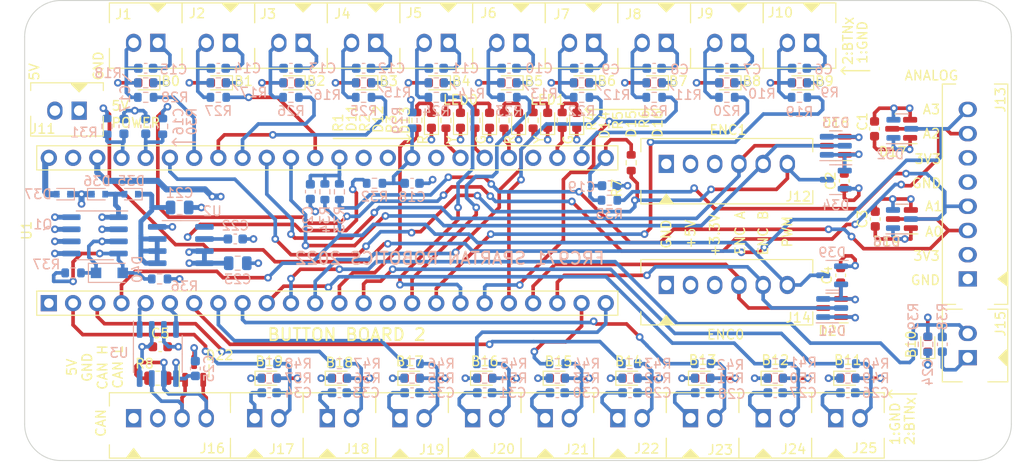
<source format=kicad_pcb>
(kicad_pcb (version 20211014) (generator pcbnew)
  (layers (0 "F.Cu" signal) (1 "In1.Cu" signal) (2 "In2.Cu" signal) (31 "B.Cu" signal) (34 "B.Paste" user) (35 "F.Paste" user) (36 "B.SilkS" user "B.Silkscreen") (37 "F.SilkS" user "F.Silkscreen") (38 "B.Mask" user) (39 "F.Mask" user) (44 "Edge.Cuts" user))
  (net 0 "")
  (net 1 "/+5V_MON_ADC")
  (net 2 "GND")
  (net 3 "/ENC1_ABS_ADC")
  (net 4 "/ABS3_ADC")
  (net 5 "/ABS2_ADC")
  (net 6 "+5V")
  (net 7 "/ENC0_ABS_ADC")
  (net 8 "+3.3V")
  (net 9 "Net-(C21-Pad1)")
  (net 10 "Net-(C22-Pad1)")
  (net 11 "Net-(D1-Pad1)")
  (net 12 "Net-(D2-Pad1)")
  (net 13 "Net-(D3-Pad1)")
  (net 14 "Net-(D4-Pad1)")
  (net 15 "Net-(D5-Pad1)")
  (net 16 "Net-(D6-Pad1)")
  (net 17 "/ENC1_A")
  (net 18 "/ENC0_A")
  (net 19 "/ENC1_B")
  (net 20 "/ENC0_B")
  (net 21 "/ABS2")
  (net 22 "/ENC1_ABS")
  (net 23 "/ABS1")
  (net 24 "/ENC0_ABS")
  (net 25 "/ABS3")
  (net 26 "/ABS0")
  (net 27 "Net-(D7-Pad1)")
  (net 28 "+5VD")
  (net 29 "Net-(D8-Pad1)")
  (net 30 "Net-(D9-Pad1)")
  (net 31 "Net-(D10-Pad1)")
  (net 32 "Net-(D11-Pad2)")
  (net 33 "Net-(D12-Pad2)")
  (net 34 "Net-(D13-Pad2)")
  (net 35 "Net-(D24-Pad1)")
  (net 36 "Net-(D14-Pad2)")
  (net 37 "Net-(D26-Pad1)")
  (net 38 "Net-(D27-Pad1)")
  (net 39 "Net-(D28-Pad1)")
  (net 40 "Net-(D29-Pad1)")
  (net 41 "Net-(D30-Pad1)")
  (net 42 "Net-(D31-Pad1)")
  (net 43 "Net-(D21-Pad1)")
  (net 44 "Net-(D23-Pad1)")
  (net 45 "Net-(D25-Pad1)")
  (net 46 "Net-(D15-Pad2)")
  (net 47 "Net-(D16-Pad2)")
  (net 48 "Net-(D40-Pad2)")
  (net 49 "/CAN_H")
  (net 50 "/CAN_L")
  (net 51 "/V_{IN}")
  (net 52 "/LED0Y")
  (net 53 "/LED0G")
  (net 54 "/LED1R")
  (net 55 "/LED1G")
  (net 56 "/LED0R")
  (net 57 "/LED1Y")
  (net 58 "/BTN0")
  (net 59 "/BTN1")
  (net 60 "/BTN2")
  (net 61 "/BTN3")
  (net 62 "/BTN4")
  (net 63 "/BTN5")
  (net 64 "/BTN6")
  (net 65 "/BTN7")
  (net 66 "/BTN8")
  (net 67 "/BTN9")
  (net 68 "/BTN10")
  (net 69 "/BTN11")
  (net 70 "/BTN12")
  (net 71 "/BTN13")
  (net 72 "/BTN14")
  (net 73 "/BTN15")
  (net 74 "/BTN16")
  (net 75 "/BTN17")
  (net 76 "/BTN18")
  (net 77 "/BTN19")
  (net 78 "/CAN_TX")
  (net 79 "/CAN_RX")
  (net 83 "/Button Inputs/BN0")
  (net 84 "/Button Inputs/BN1")
  (net 85 "/Button Inputs/BN2")
  (net 86 "/Button Inputs/BN3")
  (net 87 "/Button Inputs/BN4")
  (net 88 "/Button Inputs/BN5")
  (net 89 "/Button Inputs/BN6")
  (net 90 "/Button Inputs/BN7")
  (net 91 "/Button Inputs/BN8")
  (net 92 "/Button Inputs/BN9")
  (net 93 "/Button Inputs/BN10")
  (net 94 "/Button Inputs/BN11")
  (net 95 "/Button Inputs/BN12")
  (net 96 "/Button Inputs/BN13")
  (net 97 "/Button Inputs/BN14")
  (net 98 "/Button Inputs/BN15")
  (net 99 "/Button Inputs/BN16")
  (net 100 "/Button Inputs/BN17")
  (net 101 "/Button Inputs/BN18")
  (net 102 "/Button Inputs/BN19")
  (net 103 "/+5V_{IN}")
  (footprint "LED_SMD:LED_0603_1608Metric" (layer "F.Cu") (at 145.542 93.218 90)
    (fp_text reference "D21")
    (fp_text value "BTN10")
  )
  (footprint "ButtonBd2:70543-0001" (layer "F.Cu") (at 113.03 100.965)
    (fp_text reference "J22")
    (fp_text value "B14")
  )
  (footprint "Resistor_SMD:R_0603_1608Metric" (layer "F.Cu") (at 94.996 69.723 90)
    (fp_text reference "R2")
    (fp_text value "1.00k-1%-0603")
  )
  (footprint "ButtonBd2:70543-0001" (layer "F.Cu") (at 128.27 100.965)
    (fp_text reference "J24")
    (fp_text value "B12")
  )
  (footprint "Capacitor_SMD:C_0603_1608Metric" (layer "F.Cu") (at 136.398 85.979 90)
    (fp_text reference "C4")
    (fp_text value "0.1uF-10%-50V-0603")
  )
  (footprint "ButtonBd2:70543-0007" (layer "F.Cu") (at 149.733 86.36 -90)
    (fp_text reference "J13")
    (fp_text value "ANALOG")
  )
  (footprint "LED_SMD:LED_0603_1608Metric" (layer "F.Cu") (at 93.472 69.723 90)
    (fp_text reference "D11")
    (fp_text value "0R")
  )
  (footprint "ButtonBd2:70543-0001" (layer "F.Cu") (at 102.87 61.595 180)
    (fp_text reference "J6")
    (fp_text value "B5")
  )
  (footprint "LED_SMD:LED_0603_1608Metric" (layer "F.Cu") (at 78.74 65.786 180)
    (fp_text reference "D3")
    (fp_text value "BTN2")
  )
  (footprint "LED_SMD:LED_0603_1608Metric" (layer "F.Cu") (at 108.712 69.723 90)
    (fp_text reference "D16")
    (fp_text value "1G")
  )
  (footprint "LED_SMD:LED_0603_1608Metric" (layer "F.Cu") (at 105.664 69.723 90)
    (fp_text reference "D15")
    (fp_text value "1Y")
  )
  (footprint "Capacitor_SMD:C_0603_1608Metric" (layer "F.Cu") (at 139.954 70.612 90)
    (fp_text reference "C1")
    (fp_text value "0.1uF-10%-50V-0603")
  )
  (footprint "ButtonBd2:70543-0003" (layer "F.Cu") (at 62.23 100.965 180)
    (fp_text reference "J16")
    (fp_text value "CAN")
  )
  (footprint "MountingHole:MountingHole_3.2mm_M3" (layer "F.Cu") (at 150.495 60.96)
    (fp_text reference "H2" hide)
    (fp_text value "MountingHole")
  )
  (footprint "LED_SMD:LED_0603_1608Metric" (layer "F.Cu") (at 99.568 69.723 90)
    (fp_text reference "D13")
    (fp_text value "0G")
  )
  (footprint "Capacitor_SMD:C_0603_1608Metric" (layer "F.Cu") (at 140.0325 80.076 -90)
    (fp_text reference "C3")
    (fp_text value "0.1uF-10%-50V-0603")
  )
  (footprint "ButtonBd2:70543-0001" (layer "F.Cu") (at 80.01 61.595 180)
    (fp_text reference "J3")
    (fp_text value "B2")
  )
  (footprint "ButtonBd2:70543-0001" (layer "F.Cu") (at 149.733 94.615 90)
    (fp_text reference "J15")
    (fp_text value "B10")
  )
  (footprint "MountingHole:MountingHole_3.2mm_M3" (layer "F.Cu") (at 54.61 101.6)
    (fp_text reference "H3" hide)
    (fp_text value "MountingHole")
  )
  (footprint "LED_SMD:LED_0603_1608Metric" (layer "F.Cu") (at 116.84 65.786 180)
    (fp_text reference "D8")
    (fp_text value "BTN7")
  )
  (footprint "Package_TO_SOT_SMD:SOT-23" (layer "F.Cu") (at 135.509 89.408 180)
    (fp_text reference "D20")
    (fp_text value "BAV99")
  )
  (footprint "LED_SMD:LED_0603_1608Metric" (layer "F.Cu") (at 83.82 96.774)
    (fp_text reference "D24")
    (fp_text value "BTN18")
  )
  (footprint "ButtonBd2:70543-0005" (layer "F.Cu") (at 118.11 74.295 180)
    (fp_text reference "J12")
    (fp_text value "ENC1")
  )
  (footprint "ButtonBd2:70543-0001" (layer "F.Cu") (at 72.39 61.595 180)
    (fp_text reference "J2")
    (fp_text value "B1")
  )
  (footprint "LED_SMD:LED_0603_1608Metric" (layer "F.Cu") (at 102.616 69.723 90)
    (fp_text reference "D14")
    (fp_text value "1R")
  )
  (footprint "ButtonBd2:70543-0001" (layer "F.Cu") (at 90.17 100.965)
    (fp_text reference "J19")
    (fp_text value "B17")
  )
  (footprint "ButtonBd2:70543-0005" (layer "F.Cu") (at 118.11 86.995 180)
    (fp_text reference "J14")
    (fp_text value "ENC0")
  )
  (footprint "LED_SMD:LED_0603_1608Metric" (layer "F.Cu") (at 91.44 96.774)
    (fp_text reference "D25")
    (fp_text value "BTN17")
  )
  (footprint "LED_SMD:LED_0603_1608Metric" (layer "F.Cu") (at 129.54 96.774)
    (fp_text reference "D30")
    (fp_text value "BTN12")
  )
  (footprint "LED_SMD:LED_0603_1608Metric" (layer "F.Cu") (at 96.52 69.723 90)
    (fp_text reference "D12")
    (fp_text value "0Y")
  )
  (footprint "ButtonBd2:70543-0001" (layer "F.Cu") (at 82.55 100.965)
    (fp_text reference "J18")
    (fp_text value "B18")
  )
  (footprint "ButtonBd2:70543-0001" (layer "F.Cu") (at 56.515 68.707 180)
    (fp_text reference "J11")
    (fp_text value "POWER")
  )
  (footprint "Package_TO_SOT_SMD:SOT-23" (layer "F.Cu") (at 142.748 70.612 180)
    (fp_text reference "D17")
    (fp_text value "BAV99")
  )
  (footprint "Resistor_SMD:R_0603_1608Metric" (layer "F.Cu") (at 98.044 69.723 90)
    (fp_text reference "R3")
    (fp_text value "1.00k-1%-0603")
  )
  (footprint "LED_SMD:LED_0603_1608Metric" (layer "F.Cu") (at 106.68 96.774)
    (fp_text reference "D27")
    (fp_text value "BTN15")
  )
  (footprint "ButtonBd2:70543-0001" (layer "F.Cu") (at 87.63 61.595 180)
    (fp_text reference "J4")
    (fp_text value "B3")
  )
  (footprint "Resistor_SMD:R_0805_2012Metric" (layer "F.Cu") (at 64.77 96.774 180)
    (fp_text reference "R8")
    (fp_text value "120R-1%-0805")
  )
  (footprint "Resistor_SMD:R_0603_1608Metric" (layer "F.Cu") (at 114.427 74.168 -90)
    (fp_text reference "R7")
    (fp_text value "100k-1%-0603")
  )
  (footprint "ButtonBd2:70543-0001" (layer "F.Cu") (at 120.65 100.965)
    (fp_text reference "J23")
    (fp_text value "B13")
  )
  (footprint "LED_SMD:LED_0603_1608Metric" (layer "F.Cu") (at 114.3 96.774)
    (fp_text reference "D28")
    (fp_text value "BTN14")
  )
  (footprint "LED_SMD:LED_0603_1608Metric" (layer "F.Cu") (at 101.6 65.786 180)
    (fp_text reference "D6")
    (fp_text value "BTN5")
  )
  (footprint "Resistor_SMD:R_0603_1608Metric" (layer "F.Cu") (at 101.092 69.723 90)
    (fp_text reference "R4")
    (fp_text value "1.00k-1%-0603")
  )
  (footprint "MountingHole:MountingHole_3.2mm_M3" (layer "F.Cu") (at 150.495 101.6)
    (fp_text reference "H4" hide)
    (fp_text value "MountingHole")
  )
  (footprint "Resistor_SMD:R_0603_1608Metric" (layer "F.Cu") (at 91.948 69.723 90)
    (fp_text reference "R1")
    (fp_text value "1.00k-1%-0603")
  )
  (footprint "ButtonBd2:70543-0001" (layer "F.Cu") (at 97.79 100.965)
    (fp_text reference "J20")
    (fp_text value "B16")
  )
  (footprint "ButtonBd2:70543-0001" (layer "F.Cu") (at 133.35 61.595 180)
    (fp_text reference "J10")
    (fp_text value "B9")
  )
  (footprint "ButtonBd2:70543-0001" (layer "F.Cu") (at 64.77 61.595 180)
    (fp_text reference "J1")
    (fp_text value "B0")
  )
  (footprint "ButtonBd2:70543-0001" (layer "F.Cu") (at 118.11 61.595 180)
    (fp_text reference "J8")
    (fp_text value "B7")
  )
  (footprint "LED_SMD:LED_0603_1608Metric" (layer "F.Cu") (at 86.36 65.786 180)
    (fp_text reference "D4")
    (fp_text value "BTN3")
  )
  (footprint "Resistor_SMD:R_0603_1608Metric" (layer "F.Cu") (at 107.188 69.723 90)
    (fp_text reference "R6")
    (fp_text value "1.00k-1%-0603")
  )
  (footprint "LED_SMD:LED_0603_1608Metric" (layer "F.Cu") (at 63.5 65.786 180)
    (fp_text reference "D1")
    (fp_text value "BTN0")
  )
  (footprint "LED_SMD:LED_0603_1608Metric" (layer "F.Cu") (at 124.46 65.786 180)
    (fp_text reference "D9")
    (fp_text value "BTN8")
  )
  (footprint "Package_TO_SOT_SMD:SOT-23" (layer "F.Cu") (at 68.58 96.012 90)
    (fp_text reference "D22")
    (fp_text value "PESD1CAN")
  )
  (footprint "MountingHole:MountingHole_3.2mm_M3" (layer "F.Cu") (at 54.61 60.96)
    (fp_text reference "H1" hide)
    (fp_text value "MountingHole")
  )
  (footprint "LED_SMD:LED_0603_1608Metric" (layer "F.Cu") (at 93.98 65.786 180)
    (fp_text reference "D5")
    (fp_text value "BTN4")
  )
  (footprint "LED_SMD:LED_0603_1608Metric" (layer "F.Cu") (at 132.08 65.786 180)
    (fp_text reference "D10")
    (fp_text value "BTN9")
  )
  (footprint "LED_SMD:LED_0603_1608Metric" (layer "F.Cu") (at 71.12 65.786 180)
    (fp_text reference "D2")
    (fp_text value "BTN1")
  )
  (footprint "ButtonBd2:70543-0001" (layer "F.Cu") (at 125.73 61.595 180)
    (fp_text reference "J9")
    (fp_text value "B8")
  )
  (footprint "ButtonBd2:70543-0001" (layer "F.Cu") (at 110.49 61.595 180)
    (fp_text reference "J7")
    (fp_text value "B6")
  )
  (footprint "ButtonBd2:70543-0001" (layer "F.Cu") (at 74.93 100.965)
    (fp_text reference locked "J17")
    (fp_text value "B19")
  )
  (footprint "LED_SMD:LED_0603_1608Metric" (layer "F.Cu") (at 121.92 96.774)
    (fp_text reference "D29")
    (fp_text value "BTN13")
  )
  (footprint "LED_SMD:LED_0603_1608Metric" (layer "F.Cu") (at 137.16 96.774)
    (fp_text reference "D31")
    (fp_text value "BTN11")
  )
  (footprint "Package_TO_SOT_SMD:SOT-23" (layer "F.Cu") (at 142.8265 80.076 180)
    (fp_text reference "D19")
    (fp_text value "BAV99")
  )
  (footprint "LED_SMD:LED_0603_1608Metric" (layer "F.Cu") (at 76.454 96.774)
    (fp_text reference "D23")
    (fp_text value "BTN19")
  )
  (footprint "LED_SMD:LED_0603_1608Metric" (layer "F.Cu") (at 99.06 96.774)
    (fp_text reference "D26")
    (fp_text value "BTN16")
  )
  (footprint "ButtonBd2:Teensy-DIP-49_W15.24mm_Socket" (layer "F.Cu") (at 53.34 88.9 90)
    (fp_text reference "U1")
    (fp_text value "Teensy3.5")
  )
  (footprint "Capacitor_SMD:C_0603_1608Metric" (layer "F.Cu") (at 65.024 93.472 180)
    (fp_text reference "C5")
    (fp_text value "0.1uF-10%-50V-0603")
  )
  (footprint "Package_TO_SOT_SMD:SOT-23" (layer "F.Cu") (at 135.89 72.39 180)
    (fp_text reference "D18")
    (fp_text value "BAV99")
  )
  (footprint "ButtonBd2:70543-0001" (layer "F.Cu") (at 105.41 100.965)
    (fp_text reference "J21")
    (fp_text value "B15")
  )
  (footprint "Capacitor_SMD:C_0603_1608Metric" (layer "F.Cu") (at 136.779 76.073 90)
    (fp_text reference "C2")
    (fp_text value "0.1uF-10%-50V-0603")
  )
  (footprint "LED_SMD:LED_0603_1608Metric" (layer "F.Cu") (at 109.22 65.786 180)
    (fp_text reference "D7")
    (fp_text value "BTN6")
  )
  (footprint "Resistor_SMD:R_0603_1608Metric" (layer "F.Cu") (at 104.14 69.723 90)
    (fp_text reference "R5")
    (fp_text value "1.00k-1%-0603")
  )
  (footprint "ButtonBd2:70543-0001" (layer "F.Cu") (at 135.89 100.965)
    (fp_text reference "J25")
    (fp_text value "B11")
  )
  (footprint "ButtonBd2:70543-0001" (layer "F.Cu") (at 95.25 61.595 180)
    (fp_text reference "J5")
    (fp_text value "B4")
  )
  (footprint "Resistor_SMD:R_0603_1608Metric" (layer "B.Cu") (at 86.36 65.786 180)
    (fp_text reference "R15")
    (fp_text value "3.0k-1%-0603")
  )
  (footprint "Resistor_SMD:R_0603_1608Metric" (layer "B.Cu") (at 59.436 70.358 90)
    (fp_text reference "R31")
    (fp_text value "10.0k-1%-0603")
  )
  (footprint "Resistor_SMD:R_0603_1608Metric" (layer "B.Cu") (at 116.84 67.31)
    (fp_text reference "R21")
    (fp_text value "4.99k-1%-0603")
  )
  (footprint "Package_SO:SOIC-8_3.9x4.9mm_P1.27mm" (layer "B.Cu") (at 58.166 81.788 180)
    (fp_text reference "Q1")
    (fp_text value "SI4483ADY-T1-GE3")
  )
  (footprint "Resistor_SMD:R_0603_1608Metric" (layer "B.Cu") (at 76.454 96.774)
    (fp_text reference "R57")
    (fp_text value "3.0k-1%-0603")
  )
  (footprint "Resistor_SMD:R_0603_1608Metric" (layer "B.Cu") (at 63.5 67.31)
    (fp_text reference "R28")
    (fp_text value "4.99k-1%-0603")
  )
  (footprint "Capacitor_SMD:C_0603_1608Metric" (layer "B.Cu") (at 109.22 64.262)
    (fp_text reference "C9")
    (fp_text value "1nF-50V-10%-0603")
  )
  (footprint "Package_TO_SOT_SMD:SOT-23" (layer "B.Cu") (at 135.89 75.946 180)
    (fp_text reference "D34")
    (fp_text value "BAV99")
  )
  (footprint "Resistor_SMD:R_0603_1608Metric" (layer "B.Cu") (at 129.54 96.774)
    (fp_text reference "R50")
    (fp_text value "3.0k-1%-0603")
  )
  (footprint "Capacitor_SMD:C_0603_1608Metric" (layer "B.Cu") (at 63.5 70.358 90)
    (fp_text reference "C16")
    (fp_text value "0.1uF-10%-50V-0603")
  )
  (footprint "Resistor_SMD:R_0603_1608Metric" (layer "B.Cu") (at 64.96 86.36 180)
    (fp_text reference "R36")
    (fp_text value "1.00k-1%-0603")
  )
  (footprint "Resistor_SMD:R_0603_1608Metric" (layer "B.Cu") (at 78.74 65.786 180)
    (fp_text reference "R16")
    (fp_text value "3.0k-1%-0603")
  )
  (footprint "Resistor_SMD:R_0603_1608Metric" (layer "B.Cu") (at 91.44 96.774)
    (fp_text reference "R55")
    (fp_text value "3.0k-1%-0603")
  )
  (footprint "Capacitor_SMD:C_0603_1608Metric" (layer "B.Cu") (at 121.92 98.298 180)
    (fp_text reference "C28")
    (fp_text value "1nF-50V-10%-0603")
  )
  (footprint "Capacitor_SMD:C_0603_1608Metric" (layer "B.Cu") (at 72.898 82.169)
    (fp_text reference "C22")
    (fp_text value "3.3nF-50V-10%-0603")
  )
  (footprint "Resistor_SMD:R_0603_1608Metric" (layer "B.Cu") (at 114.287254 95.25 180)
    (fp_text reference "R43")
    (fp_text value "4.99k-1%-0603")
  )
  (footprint "Resistor_SMD:R_0603_1608Metric" (layer "B.Cu") (at 91.44 95.25 180)
    (fp_text reference "R46")
    (fp_text value "4.99k-1%-0603")
  )
  (footprint "Resistor_SMD:R_0603_1608Metric" (layer "B.Cu") (at 63.5 65.786 180)
    (fp_text reference "R18")
    (fp_text value "3.0k-1%-0603")
  )
  (footprint "Resistor_SMD:R_0603_1608Metric" (layer "B.Cu") (at 93.98 67.31)
    (fp_text reference "R24")
    (fp_text value "4.99k-1%-0603")
  )
  (footprint "Capacitor_SMD:C_0603_1608Metric" (layer "B.Cu") (at 61.214 70.358 90)
    (fp_text reference "C17")
    (fp_text value "0.1uF-10%-50V-0603")
  )
  (footprint "Resistor_SMD:R_0603_1608Metric" (layer "B.Cu") (at 145.542 93.218 90)
    (fp_text reference "R38")
    (fp_text value "3.0k-1%-0603")
  )
  (footprint "Resistor_SMD:R_0603_1608Metric" (layer "B.Cu") (at 121.92 96.774)
    (fp_text reference "R51")
    (fp_text value "3.0k-1%-0603")
  )
  (footprint "Resistor_SMD:R_0603_1608Metric" (layer "B.Cu") (at 91.44 69.723 90)
    (fp_text reference "R29")
    (fp_text value "4.99k-1%-0603")
  )
  (footprint "Resistor_SMD:R_0603_1608Metric" (layer "B.Cu") (at 124.46 65.786 180)
    (fp_text reference "R10")
    (fp_text value "3.0k-1%-0603")
  )
  (footprint "Capacitor_SMD:C_0603_1608Metric" (layer "B.Cu") (at 80.772 77.203 -90)
    (fp_text reference "C20")
    (fp_text value "0.1uF-10%-50V-0603")
  )
  (footprint "Capacitor_SMD:C_0603_1608Metric" (layer "B.Cu") (at 83.82 98.298 180)
    (fp_text reference "C33")
    (fp_text value "1nF-50V-10%-0603")
  )
  (footprint "Resistor_SMD:R_0603_1608Metric" (layer "B.Cu") (at 83.82 77.216 -90)
    (fp_text reference "R33")
    (fp_text value "10.0k-1%-0603")
  )
  (footprint "Package_TO_SOT_SMD:SOT-23" (layer "B.Cu") (at 135.509 85.979 180)
    (fp_text reference "D39")
    (fp_text value "BAV99")
  )
  (footprint "Capacitor_SMD:C_0805_2012Metric" (layer "B.Cu") (at 67.056 78.867)
    (fp_text reference "C21")
    (fp_text value "22uF-10V-10%-0805")
  )
  (footprint "Resistor_SMD:R_0603_1608Metric" (layer "B.Cu") (at 99.06 95.25 180)
    (fp_text reference "R45")
    (fp_text value "4.99k-1%-0603")
  )
  (footprint "Package_TO_SOT_SMD:SOT-23" (layer "B.Cu") (at 142.875 70.612)
    (fp_text reference "D32")
    (fp_text value "BAV99")
  )
  (footprint "Capacitor_SMD:C_0603_1608Metric" (layer "B.Cu") (at 91.44 76.327)
    (fp_text reference "C18")
    (fp_text value "0.1uF-10%-50V-0603")
  )
  (footprint "Diode_SMD:D_SOD-523" (layer "B.Cu") (at 54.864 77.47 180)
    (fp_text reference "D37")
    (fp_text value "NSR05T40XV2T5G")
  )
  (footprint "Resistor_SMD:R_0603_1608Metric" (layer "B.Cu") (at 129.54 95.25 180)
    (fp_text reference "R41")
    (fp_text value "4.99k-1%-0603")
  )
  (footprint "Resistor_SMD:R_0603_1608Metric" (layer "B.Cu") (at 137.16 96.774)
    (fp_text reference "R49")
    (fp_text value "3.0k-1%-0603")
  )
  (footprint "Capacitor_SMD:C_0603_1608Metric" (layer "B.Cu") (at 114.3 98.298 180)
    (fp_text reference "C29")
    (fp_text value "1nF-50V-10%-0603")
  )
  (footprint "Package_SO:SOIC-8_3.9x4.9mm_P1.27mm" (layer "B.Cu") (at 67.183 82.804)
    (fp_text reference "U2")
    (fp_text value "MCP1727-3302E/SN")
  )
  (footprint "Diode_SMD:D_SOD-123F" (layer "B.Cu") (at 59.69 85.725)
    (fp_text reference "D40")
    (fp_text value "15V")
  )
  (footprint "Resistor_SMD:R_0603_1608Metric" (layer "B.Cu") (at 137.16 95.25 180)
    (fp_text reference "R40")
    (fp_text value "4.99k-1%-0603")
  )
  (footprint "Resistor_SMD:R_0603_1608Metric" (layer "B.Cu") (at 55.88 85.725)
    (fp_text reference "R37")
    (fp_text value "20.0k-1%-0603")
  )
  (footprint "Resistor_SMD:R_0603_1608Metric" (layer "B.Cu") (at 144.018 93.218 -90)
    (fp_text reference "R39")
    (fp_text value "4.99k-1%-0603")
  )
  (footprint "Resistor_SMD:R_0603_1608Metric" (layer "B.Cu") (at 101.6 65.786 180)
    (fp_text reference "R13")
    (fp_text value "3.0k-1%-0603")
  )
  (footprint "Package_TO_SOT_SMD:SOT-23" (layer "B.Cu") (at 135.509 89.408)
    (fp_text reference "D41")
    (fp_text value "BAV99")
  )
  (footprint "Resistor_SMD:R_0603_1608Metric" (layer "B.Cu") (at 65.278 70.358 90)
    (fp_text reference "R30")
    (fp_text value "10.0k-1%-0603")
  )
  (footprint "Capacitor_SMD:C_0603_1608Metric" (layer "B.Cu") (at 99.06 98.298 180)
    (fp_text reference "C31")
    (fp_text value "1nF-50V-10%-0603")
  )
  (footprint "Resistor_SMD:R_0603_1608Metric" (layer "B.Cu") (at 101.6 67.31)
    (fp_text reference "R23")
    (fp_text value "4.99k-1%-0603")
  )
  (footprint "Capacitor_SMD:C_0603_1608Metric" (layer "B.Cu") (at 93.98 64.262)
    (fp_text reference "C11")
    (fp_text value "1nF-50V-10%-0603")
  )
  (footprint "Package_TO_SOT_SMD:SOT-23" (layer "B.Cu") (at 135.89 72.39)
    (fp_text reference "D33")
    (fp_text value "BAV99")
  )
  (footprint "Resistor_SMD:R_0603_1608Metric" (layer "B.Cu") (at 83.82 95.25 180)
    (fp_text reference "R47")
    (fp_text value "4.99k-1%-0603")
  )
  (footprint "Resistor_SMD:R_0603_1608Metric" (layer "B.Cu") (at 93.98 65.786 180)
    (fp_text reference "R14")
    (fp_text value "3.0k-1%-0603")
  )
  (footprint "Capacitor_SMD:C_0603_1608Metric" (layer "B.Cu") (at 86.36 64.262)
    (fp_text reference "C12")
    (fp_text value "1nF-50V-10%-0603")
  )
  (footprint "Resistor_SMD:R_0603_1608Metric" (layer "B.Cu") (at 114.3 96.774)
    (fp_text reference "R52")
    (fp_text value "3.0k-1%-0603")
  )
  (footprint "Diode_SMD:D_SOD-523" (layer "B.Cu") (at 61.976 77.47 180)
    (fp_text reference "D35")
    (fp_text value "NSR05T40XV2T5G")
  )
  (footprint "Resistor_SMD:R_0603_1608Metric" (layer "B.Cu") (at 116.84 65.786 180)
    (fp_text reference "R11")
    (fp_text value "3.0k-1%-0603")
  )
  (footprint "Resistor_SMD:R_0603_1608Metric" (layer "B.Cu") (at 132.08 67.31)
    (fp_text reference "R19")
    (fp_text value "4.99k-1%-0603")
  )
  (footprint "Resistor_SMD:R_0603_1608Metric" (layer "B.Cu") (at 78.74 67.31)
    (fp_text reference "R26")
    (fp_text value "4.99k-1%-0603")
  )
  (footprint "Resistor_SMD:R_0603_1608Metric" (layer "B.Cu") (at 87.503 76.327 180)
    (fp_text reference "R32")
    (fp_text value "20.0k-1%-0603")
  )
  (footprint "Capacitor_SMD:C_0603_1608Metric" (layer "B.Cu") (at 132.08 64.262)
    (fp_text reference "C6")
    (fp_text value "1nF-50V-10%-0603")
  )
  (footprint "Resistor_SMD:R_0603_1608Metric" (layer "B.Cu") (at 121.92 95.25 180)
    (fp_text reference "R42")
    (fp_text value "4.99k-1%-0603")
  )
  (footprint "Resistor_SMD:R_0603_1608Metric" (layer "B.Cu") (at 106.68 95.25 180)
    (fp_text reference "R44")
    (fp_text value "4.99k-1%-0603")
  )
  (footprint "Capacitor_SMD:C_0603_1608Metric" (layer "B.Cu") (at 116.84 64.262)
    (fp_text reference "C8")
    (fp_text value "1nF-50V-10%-0603")
  )
  (footprint "Resistor_SMD:R_0603_1608Metric" (layer "B.Cu") (at 99.06 96.774)
    (fp_text reference "R54")
    (fp_text value "3.0k-1%-0603")
  )
  (footprint "Capacitor_SMD:C_0603_1608Metric" (layer "B.Cu") (at 71.12 64.262)
    (fp_text reference "C14")
    (fp_text value "1nF-50V-10%-0603")
  )
  (footprint "Resistor_SMD:R_0603_1608Metric" (layer "B.Cu") (at 109.22 67.31)
    (fp_text reference "R22")
    (fp_text value "4.99k-1%-0603")
  )
  (footprint "Package_SO:SO-8_3.9x4.9mm_P1.27mm" (layer "B.Cu") (at 64.77 94.234 -90)
    (fp_text reference "U3")
    (fp_text value "MCP2542FD-E/SN")
  )
  (footprint "Capacitor_SMD:C_0805_2012Metric" (layer "B.Cu") (at 73.152 84.709)
    (fp_text reference "C23")
    (fp_text value "1uF-25V-10%-0805")
  )
  (footprint "Resistor_SMD:R_0603_1608Metric" (layer "B.Cu") (at 124.46 67.31)
    (fp_text reference "R20")
    (fp_text value "4.99k-1%-0603")
  )
  (footprint "Capacitor_SMD:C_0603_1608Metric" (layer "B.Cu") (at 112.141 76.581)
    (fp_text reference "C19")
    (fp_text value "0.1uF-10%-50V-0603")
  )
  (footprint "Resistor_SMD:R_0603_1608Metric" (layer "B.Cu") (at 112.141 78.105)
    (fp_text reference "R35")
    (fp_text value "10.0k-1%-0603")
  )
  (footprint "Capacitor_SMD:C_0603_1608Metric" (layer "B.Cu") (at 106.68 98.298 180)
    (fp_text reference "C30")
    (fp_text value "1nF-50V-10%-0603")
  )
  (footprint "Resistor_SMD:R_0603_1608Metric" (layer "B.Cu") (at 71.12 67.31)
    (fp_text reference "R27")
    (fp_text value "4.99k-1%-0603")
  )
  (footprint "Resistor_SMD:R_0603_1608Metric" (layer "B.Cu") (at 109.22 65.786 180)
    (fp_text reference "R12")
    (fp_text value "3.0k-1%-0603")
  )
  (footprint "Resistor_SMD:R_0603_1608Metric" (layer "B.Cu") (at 132.08 65.786 180)
    (fp_text reference "R9")
    (fp_text value "3.0k-1%-0603")
  )
  (footprint "Diode_SMD:D_SOD-523" (layer "B.Cu") (at 58.547 77.47)
    (fp_text reference "D36")
    (fp_text value "NSR05T40XV2T5G")
  )
  (footprint "Resistor_SMD:R_0603_1608Metric" (layer "B.Cu") (at 71.12 65.786 180)
    (fp_text reference "R17")
    (fp_text value "3.0k-1%-0603")
  )
  (footprint "Capacitor_SMD:C_0603_1608Metric" (layer "B.Cu") (at 147.066 93.218 -90)
    (fp_text reference "C24")
    (fp_text value "1nF-50V-10%-0603")
  )
  (footprint "Capacitor_SMD:C_0603_1608Metric" (layer "B.Cu") (at 68.707 95.758 90)
    (fp_text reference "C25")
    (fp_text value "0.1uF-10%-50V-0603")
  )
  (footprint "Capacitor_SMD:C_0603_1608Metric" (layer "B.Cu") (at 137.16 98.298 180)
    (fp_text reference "C26")
    (fp_text value "1nF-50V-10%-0603")
  )
  (footprint "Capacitor_SMD:C_0603_1608Metric" (layer "B.Cu") (at 63.5 64.262)
    (fp_text reference "C15")
    (fp_text value "1nF-50V-10%-0603")
  )
  (footprint "Capacitor_SMD:C_0603_1608Metric" (layer "B.Cu") (at 76.454 98.298 180)
    (fp_text reference "C34")
    (fp_text value "1nF-50V-10%-0603")
  )
  (footprint "Capacitor_SMD:C_0603_1608Metric" (layer "B.Cu") (at 91.44 98.298 180)
    (fp_text reference "C32")
    (fp_text value "1nF-50V-10%-0603")
  )
  (footprint "Resistor_SMD:R_0603_1608Metric" (layer "B.Cu") (at 86.36 67.31)
    (fp_text reference "R25")
    (fp_text value "4.99k-1%-0603")
  )
  (footprint "Capacitor_SMD:C_0603_1608Metric" (layer "B.Cu") (at 101.613 64.262)
    (fp_text reference "C10")
    (fp_text value "1nF-50V-10%-0603")
  )
  (footprint "Resistor_SMD:R_0603_1608Metric" (layer "B.Cu") (at 83.82 96.774)
    (fp_text reference "R56")
    (fp_text value "3.0k-1%-0603")
  )
  (footprint "Resistor_SMD:R_0603_1608Metric" (layer "B.Cu") (at 106.68 96.774)
    (fp_text reference "R53")
    (fp_text value "3.0k-1%-0603")
  )
  (footprint "Capacitor_SMD:C_0603_1608Metric" (layer "B.Cu") (at 124.46 64.262)
    (fp_text reference "C7")
    (fp_text value "1nF-50V-10%-0603")
  )
  (footprint "Package_TO_SOT_SMD:SOT-23" (layer "B.Cu") (at 142.8265 80.076)
    (fp_text reference "D38")
    (fp_text value "BAV99")
  )
  (footprint "Resistor_SMD:R_0603_1608Metric" (layer "B.Cu") (at 76.454 95.25 180)
    (fp_text reference "R48")
    (fp_text value "4.99k-1%-0603")
  )
  (footprint "Capacitor_SMD:C_0603_1608Metric" (layer "B.Cu") (at 129.54 98.298 180)
    (fp_text reference "C27")
    (fp_text value "1nF-50V-10%-0603")
  )
  (footprint "Capacitor_SMD:C_0603_1608Metric" (layer "B.Cu") (at 78.74 64.262)
    (fp_text reference "C13")
    (fp_text value "1nF-50V-10%-0603")
  )
  (footprint "Resistor_SMD:R_0603_1608Metric" (layer "B.Cu") (at 82.296 77.216 -90)
    (fp_text reference "R34")
    (fp_text value "100k-1%-0603")
  )
  (gr_line (start 126.492 66.548) (end 125.984 65.913) (layer "B.SilkS") (width 0.15))
  (gr_line (start 111.252 66.548) (end 110.744 65.913) (layer "B.SilkS") (width 0.15))
  (gr_line (start 118.872 66.548) (end 118.364 65.913) (layer "B.SilkS") (width 0.15))
  (gr_line (start 96.012 66.421) (end 95.504 65.786) (layer "B.SilkS") (width 0.15))
  (gr_line (start 68.707 72.009) (end 66.294 72.009) (layer "B.SilkS") (width 0.15))
  (gr_line (start 80.899 66.8655) (end 80.391 66.2305) (layer "B.SilkS") (width 0.15))
  (gr_line (start 66.294 72.009) (end 66.675 72.39) (layer "B.SilkS") (width 0.15))
  (gr_line (start 61.087 64.897) (end 61.976 65.659) (layer "B.SilkS") (width 0.15))
  (gr_line (start 134.112 66.421) (end 133.604 65.786) (layer "B.SilkS") (width 0.15))
  (gr_line (start 88.392 66.7385) (end 87.884 66.1035) (layer "B.SilkS") (width 0.15))
  (gr_line (start 66.294 72.009) (end 66.675 71.628) (layer "B.SilkS") (width 0.15))
  (gr_line (start 103.632 66.548) (end 103.124 65.913) (layer "B.SilkS") (width 0.15))
  (gr_line (start 73.152 66.548) (end 72.644 65.913) (layer "B.SilkS") (width 0.15))
  (gr_line (start 109.601 68.58) (end 109.982 68.961) (layer "F.SilkS") (width 0.15))
  (gr_line (start 136.4615 64.516) (end 136.8425 64.135) (layer "F.SilkS") (width 0.15))
  (gr_line (start 144.36725 98.425) (end 141.38275 98.425) (layer "F.SilkS") (width 0.15))
  (gr_line (start 91.313 71.628) (end 90.932 72.009) (layer "F.SilkS") (width 0.15))
  (gr_line (start 136.4615 64.516) (end 136.8425 64.897) (layer "F.SilkS") (width 0.15))
  (gr_line (start 117.348 68.58) (end 109.601 68.58) (layer "F.SilkS") (width 0.15))
  (gr_line (start 109.601 68.58) (end 109.982 68.199) (layer "F.SilkS") (width 0.15))
  (gr_line (start 139.446 64.516) (end 136.4615 64.516) (layer "F.SilkS") (width 0.15))
  (gr_line (start 91.313 71.628) (end 90.932 71.247) (layer "F.SilkS") (width 0.15))
  (gr_line (start 83.185 71.628) (end 91.313 71.628) (layer "F.SilkS") (width 0.15))
  (gr_line (start 141.38275 98.425) (end 141.76375 98.044) (layer "F.SilkS") (width 0.15))
  (gr_line (start 141.38275 98.425) (end 141.76375 98.806) (layer "F.SilkS") (width 0.15))
  (gr_line (start 50.8 60.96) (end 50.8 101.6) (layer "Edge.Cuts") (width 0.1))
  (gr_arc (start 154.305 101.6) (mid 153.189077 104.294077) (end 150.495 105.41) (layer "Edge.Cuts") (width 0.1))
  (gr_line (start 150.495 57.15) (end 54.61 57.15) (layer "Edge.Cuts") (width 0.1))
  (gr_line (start 54.61 105.41) (end 150.495 105.41) (layer "Edge.Cuts") (width 0.1))
  (gr_arc (start 150.495 57.15) (mid 153.189077 58.265923) (end 154.305 60.96) (layer "Edge.Cuts") (width 0.1))
  (gr_arc (start 54.61 105.41) (mid 51.915923 104.294077) (end 50.8 101.6) (layer "Edge.Cuts") (width 0.1))
  (gr_line (start 154.305 101.6) (end 154.305 60.96) (layer "Edge.Cuts") (width 0.1))
  (gr_arc (start 50.8 60.96) (mid 51.915923 58.265923) (end 54.61 57.15) (layer "Edge.Cuts") (width 0.1))
  (gr_rect (start 152.4 71.628) (end 152.4 71.628) (layer "Edge.Cuts") (width 0.1) (fill none))
  (gr_text "FRC971 SPARTAN ROBOTICS 2022" (at 95.377 84.201) (layer "B.SilkS") (effects (font (size 1.27 1.27) (thickness 0.2032)) (justify mirror)))
  (gr_text "1:GND" (at 138.684 63.881 90) (layer "F.SilkS") (effects (font (size 1 1)) (justify left)))
  (gr_text "ENC B" (at 128.27 81.534 90) (layer "F.SilkS") (effects (font (size 1 1))))
  (gr_text "Y" (at 95.631 71.755 90) (layer "F.SilkS") (effects (font (size 1 1))))
  (gr_text "LED1" (at 105.664 67.564) (layer "F.SilkS") (effects (font (size 1 1))))
  (gr_text "3V3" (at 145.542 73.787) (layer "F.SilkS") (effects (font (size 1 1))))
  (gr_text "A1" (at 146.177 78.74) (layer "F.SilkS") (effects (font (size 1 1))))
  (gr_text "GND" (at 118.11 81.661 90) (layer "F.SilkS") (effects (font (size 1 1))))
  (gr_text "GND" (at 58.547 64.008 90) (layer "F.SilkS") (effects (font (size 1 1))))
  (gr_text "1:GND" (at 142.113 103.886 90) (layer "F.SilkS") (effects (font (size 1 1)) (justify left)))
  (gr_text "+3.3V" (at 123.19 81.788 90) (layer "F.SilkS") (effects (font (size 1 1))))
  (gr_text "R" (at 92.583 71.755 90) (layer "F.SilkS") (effects (font (size 1 1))))
  (gr_text "R" (at 101.727 71.755 90) (layer "F.SilkS") (effects (font (size 1 1))))
  (gr_text "BUTTON BOARD 2" (at 84.582 92.202) (layer "F.SilkS") (effects (font (size 1.27 1.27) (thickness 0.2032))))
  (gr_text "A2" (at 145.923 71.12) (layer "F.SilkS") (effects (font (size 1 1))))
  (gr_text "5V" (at 59.817 68.199) (layer "F.SilkS") (effects (font (size 1 1)) (justify left)))
  (gr_text "ENC A" (at 125.857 81.534 90) (layer "F.SilkS") (effects (font (size 1 1))))
  (gr_text "5V\nGND\nCAN H\nCAN L" (at 58.166 95.631 90) (layer "F.SilkS") (effects (font (size 1 1))))
  (gr_text "PWM" (at 130.81 81.407 90) (layer "F.SilkS") (effects (font (size 1 1))))
  (gr_text "LED0" (at 96.52 67.564) (layer "F.SilkS") (effects (font (size 1 1))))
  (gr_text "Y" (at 104.775 71.755 90) (layer "F.SilkS") (effects (font (size 1 1))))
  (gr_text "+5V" (at 120.65 81.661 90) (layer "F.SilkS") (effects (font (size 1 1))))
  (gr_text "GND" (at 145.288 86.487) (layer "F.SilkS") (effects (font (size 1 1))))
  (gr_text "2:BTN_{X}" (at 137.16 64.008 90) (layer "F.SilkS") (effects (font (size 1 1)) (justify left)))
  (gr_text "5V" (at 51.816 64.643 90) (layer "F.SilkS") (effects (font (size 1 1))))
  (gr_text "3V3" (at 145.415 83.947) (layer "F.SilkS") (effects (font (size 1 1))))
  (gr_text "A0" (at 146.177 81.407) (layer "F.SilkS") (effects (font (size 1 1))))
  (gr_text "A3" (at 145.923 68.58) (layer "F.SilkS") (effects (font (size 1 1))))
  (gr_text "GND" (at 145.415 76.327) (layer "F.SilkS") (effects (font (size 1 1))))
  (gr_text "G" (at 98.679 71.755 90) (layer "F.SilkS") (effects (font (size 1 1))))
  (gr_text "G" (at 107.823 71.755 90) (layer "F.SilkS") (effects (font (size 1 1))))
  (gr_text "2:BTN_{X}" (at 143.637 103.886 90) (layer "F.SilkS") (effects (font (size 1 1)) (justify left)))
  (segment (start 88.328 76.327) (end 89.154 76.327) (width 0.381) (layer "B.Cu") (net 1))
  (segment (start 88.328 76.327) (end 89.408 76.327) (width 0.381) (layer "B.Cu") (net 1))
  (segment (start 91.44 70.548) (end 91.44 73.66) (width 0.381) (layer "B.Cu") (net 1))
  (segment (start 91.44 73.66) (end 91.44 73.6854) (width 0.381) (layer "B.Cu") (net 1))
  (segment (start 89.5096 75.6158) (end 89.5096 76.327) (width 0.381) (layer "B.Cu") (net 1))
  (segment (start 91.44 73.6854) (end 89.5096 75.6158) (width 0.381) (layer "B.Cu") (net 1))
  (segment (start 89.408 76.327) (end 90.665 76.327) (width 0.381) (layer "B.Cu") (net 1))
  (segment (start 140.335 82.169) (end 140.0325 81.8665) (width 0.381) (layer "F.Cu") (net 2))
  (segment (start 136.779 75.298) (end 136.779 73.3885) (width 0.381) (layer "F.Cu") (net 2))
  (segment (start 143.764 82.169) (end 141.859 82.169) (width 0.381) (layer "F.Cu") (net 2))
  (segment (start 102.616 70.5105) (end 102.616 71.755) (width 0.381) (layer "F.Cu") (net 2))
  (segment (start 138.303 73.279) (end 136.8885 73.279) (width 0.381) (layer "F.Cu") (net 2))
  (segment (start 63.119 93.472) (end 64.249 93.472) (width 0.381) (layer "F.Cu") (net 2))
  (segment (start 137.541 83.947) (end 137.922 84.328) (width 0.381) (layer "F.Cu") (net 2))
  (segment (start 139.954 72.517) (end 140.208 72.771) (width 0.381) (layer "F.Cu") (net 2))
  (segment (start 137.856 90.358) (end 136.4465 90.358) (width 0.381) (layer "F.Cu") (net 2))
  (segment (start 137.922 90.424) (end 137.856 90.358) (width 0.381) (layer "F.Cu") (net 2))
  (segment (start 143.764 81.026) (end 143.764 82.169) (width 0.381) (layer "F.Cu") (net 2))
  (segment (start 136.906 83.947) (end 137.541 83.947) (width 0.381) (layer "F.Cu") (net 2))
  (segment (start 137.922 84.328) (end 137.922 84.963) (width 0.381) (layer "F.Cu") (net 2))
  (segment (start 143.6855 72.7225) (end 143.637 72.771) (width 0.381) (layer "F.Cu") (net 2))
  (segment (start 96.52 70.5105) (end 96.52 71.755) (width 0.381) (layer "F.Cu") (net 2))
  (segment (start 68.58 93.599) (end 68.58 95.0745) (width 0.381) (layer "F.Cu") (net 2))
  (segment (start 93.472 70.5105) (end 93.472 71.755) (width 0.381) (layer "F.Cu") (net 2))
  (segment (start 140.208 72.771) (end 143.637 72.771) (width 0.381) (layer "F.Cu") (net 2))
  (segment (start 143.6855 71.562) (end 143.6855 72.7225) (width 0.381) (layer "F.Cu") (net 2))
  (segment (start 105.664 70.5105) (end 105.664 71.755) (width 0.381) (layer "F.Cu") (net 2))
  (segment (start 136.398 85.204) (end 136.398 84.455) (width 0.381) (layer "F.Cu") (net 2))
  (segment (start 141.859 82.169) (end 140.335 82.169) (width 0.381) (layer "F.Cu") (net 2))
  (segment (start 136.398 84.455) (end 136.906 83.947) (width 0.381) (layer "F.Cu") (net 2))
  (segment (start 140.0325 81.8665) (end 140.0325 80.851) (width 0.381) (layer "F.Cu") (net 2))
  (segment (start 99.568 70.5105) (end 99.568 71.755) (width 0.381) (layer "F.Cu") (net 2))
  (segment (start 108.712 70.5105) (end 108.712 71.755) (width 0.381) (layer "F.Cu") (net 2))
  (segment (start 136.8885 73.279) (end 136.8275 73.34) (width 0.381) (layer "F.Cu") (net 2))
  (segment (start 136.779 73.3885) (end 136.8275 73.34) (width 0.381) (layer "F.Cu") (net 2))
  (segment (start 139.954 71.387) (end 139.954 72.517) (width 0.381) (layer "F.Cu") (net 2))
  (via (at 114.046 76.581) (size 0.8) (drill 0.4) (layers "F.Cu" "B.Cu") (net 2))
  (via (at 143.637 72.771) (size 0.8) (drill 0.4) (layers "F.Cu" "B.Cu") (net 2))
  (via (at 93.472 71.755) (size 0.8) (drill 0.4) (layers "F.Cu" "B.Cu") (net 2))
  (via (at 137.922 84.963) (size 0.8) (drill 0.4) (layers "F.Cu" "B.Cu") (net 2))
  (via (at 102.616 71.755) (size 0.8) (drill 0.4) (layers "F.Cu" "B.Cu") (net 2))
  (via (at 105.664 71.755) (size 0.8) (drill 0.4) (layers "F.Cu" "B.Cu") (net 2))
  (via (at 96.52 71.755) (size 0.8) (drill 0.4) (layers "F.Cu" "B.Cu") (net 2))
  (via (at 69.342 78.867) (size 0.8) (drill 0.4) (layers "F.Cu" "B.Cu") (net 2))
  (via (at 81.297242 79.290417) (size 0.8) (drill 0.4) (layers "F.Cu" "B.Cu") (net 2))
  (via (at 62.357 68.707) (size 0.8) (drill 0.4) (layers "F.Cu" "B.Cu") (net 2))
  (via (at 91.313 67.564) (size 0.8) (drill 0.4) (layers "F.Cu" "B.Cu") (net 2))
  (via (at 68.58 93.599) (size 0.8) (drill 0.4) (layers "F.Cu" "B.Cu") (net 2))
  (via (at 74.803 82.169) (size 0.8) (drill 0.4) (layers "F.Cu" "B.Cu") (net 2))
  (via (at 99.568 71.755) (size 0.8) (drill 0.4) (layers "F.Cu" "B.Cu") (net 2))
  (via (at 75.311 84.709) (size 0.8) (drill 0.4) (layers "F.Cu" "B.Cu") (net 2))
  (via (at 108.712 71.755) (size 0.8) (drill 0.4) (layers "F.Cu" "B.Cu") (net 2))
  (via (at 93.599 75.946) (size 0.8) (drill 0.4) (layers "F.Cu" "B.Cu") (net 2))
  (via (at 138.303 73.279) (size 0.8) (drill 0.4) (layers "F.Cu" "B.Cu") (net 2))
  (via (at 63.119 93.472) (size 0.8) (drill 0.4) (layers "F.Cu" "B.Cu") (net 2))
  (via (at 143.129 82.169) (size 0.8) (drill 0.4) (layers "F.Cu" "B.Cu") (net 2))
  (via (at 67.056 86.36) (size 0.8) (drill 0.4) (layers "F.Cu" "B.Cu") (net 2))
  (via (at 66.294 80.899) (size 0.8) (drill 0.4) (layers "F.Cu" "B.Cu") (net 2))
  (via (at 137.922 90.424) (size 0.8) (drill 0.4) (layers "F.Cu" "B.Cu") (net 2))
  (segment (start 64.275 64.262) (end 65.659 64.262) (width 0.381) (layer "B.Cu") (net 2))
  (segment (start 142.24 82.169) (end 143.129 82.169) (width 0.381) (layer "B.Cu") (net 2))
  (segment (start 148.463 95.885) (end 149.733 94.615) (width 0.381) (layer "B.Cu") (net 2))
  (segment (start 97.028 98.298) (end 96.393 98.933) (width 0.381) (layer "B.Cu") (net 2))
  (segment (start 111.379 99.314) (end 113.03 100.965) (width 0.381) (layer "B.Cu") (net 2))
  (segment (start 64.708 80.899) (end 66.294 80.899) (width 0.381) (layer "B.Cu") (net 2))
  (segment (start 147.066 95.631) (end 147.32 95.885) (width 0.381) (layer "B.Cu") (net 2))
  (segment (start 80.772 78.765175) (end 81.297242 79.290417) (width 0.381) (layer "B.Cu") (net 2))
  (segment (start 94.755 64.262) (end 95.885 64.262) (width 0.381) (layer "B.Cu") (net 2))
  (segment (start 134.493 99.568) (end 135.89 100.965) (width 0.381) (layer "B.Cu") (net 2))
  (segment (start 63.754 93.472) (end 63.119 93.472) (width 0.381) (layer "B.Cu") (net 2))
  (segment (start 63.119 94.742) (end 63.119 93.472) (width 0.381) (layer "B.Cu") (net 2))
  (segment (start 113.525 98.298) (end 111.887 98.298) (width 0.381) (layer "B.Cu") (net 2))
  (segment (start 136.8275 74.996) (end 136.8275 73.4845) (width 0.381) (layer "B.Cu") (net 2))
  (segment (start 141.889 81.026) (end 141.889 81.818) (width 0.381) (layer "B.Cu") (net 2))
  (segment (start 61.214 68.961) (end 61.468 68.707) (width 0.381) (layer "B.Cu") (net 2))
  (segment (start 63.5 69.583) (end 63.5 68.961) (width 0.381) (layer "B.Cu") (net 2))
  (segment (start 112.916 76.581) (end 114.046 76.581) (width 0.381) (layer "B.Cu") (net 2))
  (segment (start 88.773 64.262) (end 89.154 63.881) (width 0.381) (layer "B.Cu") (net 2))
  (segment (start 63.5 68.961) (end 63.246 68.707) (width 0.381) (layer "B.Cu") (net 2))
  (segment (start 96.393 99.568) (end 97.79 100.965) (width 0.381) (layer "B.Cu") (net 2))
  (segment (start 136.4465 85.029) (end 137.856 85.029) (width 0.381) (layer "B.Cu") (net 2))
  (segment (start 136.385 98.298) (end 134.874 98.298) (width 0.381) (layer "B.Cu") (net 2))
  (segment (start 91.44 67.691) (end 91.313 67.564) (width 0.381) (layer "B.Cu") (net 2))
  (segment (start 74.676 98.298) (end 74.549 98.425) (width 0.381) (layer "B.Cu") (net 2))
  (segment (start 96.393 98.933) (end 96.393 99.568) (width 0.381) (layer "B.Cu") (net 2))
  (segment (start 98.285 98.298) (end 97.028 98.298) (width 0.381) (layer "B.Cu") (net 2))
  (segment (start 80.772 64.262) (end 81.407 63.627) (width 0.381) (layer "B.Cu") (net 2))
  (segment (start 93.599 75.946) (end 93.218 76.327) (width 0.381) (layer "B.Cu") (net 2))
  (segment (start 134.747 63.754) (end 134.747 62.992) (width 0.381) (layer "B.Cu") (net 2))
  (segment (start 117.615 64.262) (end 118.872 64.262) (width 0.381) (layer "B.Cu") (net 2))
  (segment (start 74.803 82.169) (end 73.673 82.169) (width 0.381) (layer "B.Cu") (net 2))
  (segment (start 79.515 64.262) (end 80.772 64.262) (width 0.381) (layer "B.Cu") (net 2))
  (segment (start 141.889 81.818) (end 142.24 82.169) (width 0.381) (layer "B.Cu") (net 2))
  (segment (start 147.32 95.885) (end 148.463 95.885) (width 0.381) (layer "B.Cu") (net 2))
  (segment (start 121.145 98.298) (end 119.253 98.298) (width 0.381) (layer "B.Cu") (net 2))
  (segment (start 93.218 76.327) (end 92.215 76.327) (width 0.381) (layer "B.Cu") (net 2))
  (segment (start 65.659 64.262) (end 66.04 63.881) (width 0.381) (layer "B.Cu") (net 2))
  (segment (start 137.922 90.424) (end 137.856 90.358) (width 0.381) (layer "B.Cu") (net 2))
  (segment (start 127.127 63.5) (end 127.127 62.992) (width 0.381) (layer "B.Cu") (net 2))
  (segment (start 137.856 85.029) (end 137.922 84.963) (width 0.381) (layer "B.Cu") (net 2))
  (segment (start 68.707 94.983) (end 68.707 93.726) (width 0.381) (layer "B.Cu") (net 2))
  (segment (start 111.76 63.5) (end 111.76 62.865) (width 0.381) (layer "B.Cu") (net 2))
  (segment (start 134.747 62.992) (end 133.35 61.595) (width 0.381) (layer "B.Cu") (net 2))
  (segment (start 61.468 68.707) (end 62.357 68.707) (width 0.381) (layer "B.Cu") (net 2))
  (segment (start 91.44 68.898) (end 91.44 67.691) (width 0.381) (layer "B.Cu") (net 2))
  (segment (start 105.905 98.298) (end 104.648 98.298) (width 0.381) (layer "B.Cu") (net 2))
  (segment (start 89.027 99.822) (end 90.17 100.965) (width 0.381) (layer "B.Cu") (net 2))
  (segment (start 111.379 98.806) (end 111.379 99.314) (width 0.381) (layer "B.Cu") (net 2))
  (segment (start 102.388 64.262) (end 103.759 64.262) (width 0.381) (layer "B.Cu") (net 2))
  (segment (start 81.407 63.627) (end 81.407 62.992) (width 0.381) (layer "B.Cu") (net 2))
  (segment (start 89.408 98.298) (end 89.027 98.679) (width 0.381) (layer "B.Cu") (net 2))
  (segment (start 87.757 61.595) (end 87.63 61.595) (width 0.381) (layer "B.Cu") (net 2))
  (segment (start 104.14 63.881) (end 104.14 62.865) (width 0.381) (layer "B.Cu") (net 2))
  (segment (start 83.045 98.298) (end 82.042 98.298) (width 0.381) (layer "B.Cu") (net 2))
  (segment (start 104.013 99.695) (end 105.283 100.965) (width 0.381) (layer "B.Cu") (net 2))
  (segment (start 125.235 64.262) (end 126.365 64.262) (width 0.381) (layer "B.Cu") (net 2))
  (segment (start 81.788 98.552) (end 81.788 99.06) (width 0.381) (layer "B.Cu") (net 2))
  (segment (start 80.772 77.978) (end 80.772 78.765175) (width 0.381) (layer "B.Cu") (net 2))
  (segment (start 119.253 98.298) (end 118.999 98.552) (width 0.381) (layer "B.Cu") (net 2))
  (segment (start 119.253 62.738) (end 118.11 61.595) (width 0.381) (layer "B.Cu") (net 2))
  (segment (start 119.253 63.881) (end 119.253 62.738) (width 0.381) (layer "B.Cu") (net 2))
  (segment (start 74.549 98.425) (end 74.549 99.187) (width 0.381) (layer "B.Cu") (net 2))
  (segment (start 71.895 64.262) (end 73.152 64.262) (width 0.381) (layer "B.Cu") (net 2))
  (segment (start 118.999 99.314) (end 120.65 100.965) (width 0.381) (layer "B.Cu") (net 2))
  (segment (start 73.152 64.262) (end 73.66 63.754) (width 0.381) (layer "B.Cu") (net 2))
  (segment (start 104.14 62.865) (end 102.87 61.595) (width 0.381) (layer "B.Cu") (net 2))
  (segment (start 68.707 93.726) (end 68.58 93.599) (width 0.381) (layer "B.Cu") (net 2))
  (segment (start 141.9375 72.4685) (end 142.24 72.771) (width 0.381) (layer "B.Cu") (net 2))
  (segment (start 64.135 93.091) (end 63.754 93.472) (width 0.381) (layer "B.Cu") (net 2))
  (segment (start 134.493 98.679) (end 134.493 99.568) (width 0.381) (layer "B.Cu") (net 2))
  (segment (start 132.855 64.262) (end 134.239 64.262) (width 0.381) (layer "B.Cu") (net 2))
  (segment (start 104.648 98.298) (end 104.013 98.933) (width 0.381) (layer "B.Cu") (net 2))
  (segment (start 62.865 96.809) (end 62.865 94.996) (width 0.381) (layer "B.Cu") (net 2))
  (segment (start 89.154 63.881) (end 89.154 62.992) (width 0.381) (layer "B.Cu") (net 2))
  (segment (start 127.254 98.298) (end 126.873 98.679) (width 0.381) (layer "B.Cu") (net 2))
  (segment (start 134.874 98.298) (end 134.493 98.679) (width 0.381) (layer "B.Cu") (net 2))
  (segment (start 82.55 99.822) (end 82.55 100.965) (width 0.381) (layer "B.Cu") (net 2))
  (segment (start 126.873 98.679) (end 126.873 99.568) (width 0.381) (layer "B.Cu") (net 2))
  (segment (start 137.856 90.358) (end 134.5715 90.358) (width 0.381) (layer "B.Cu") (net 2))
  (segment (start 147.066 93.993) (end 147.066 95.631) (width 0.381) (layer "B.Cu") (net 2))
  (segment (start 65.785 86.36) (end 67.056 86.36) (width 0.381) (layer "B.Cu") (net 2))
  (segment (start 68.006 78.867) (end 69.342 78.867) (width 0.508) (layer "B.Cu") (net 2))
  (segment (start 141.9375 71.562) (end 141.9375 72.4685) (width 0.381) (layer "B.Cu") (net 2))
  (segment (start 136.972 73.34) (end 138.242 73.34) (width 0.381) (layer "B.Cu") (net 2))
  (segment (start 104.013 98.933) (end 104.013 99.695) (width 0.381) (layer "B.Cu") (net 2))
  (segment (start 96.393 63.754) (end 96.393 62.738) (width 0.381) (layer "B.Cu") (net 2))
  (segment (start 75.679 98.298) (end 74.676 98.298) (width 0.381) (layer "B.Cu") (net 2))
  (segment (start 89.027 98.679) (end 89.027 99.822) (width 0.381) (layer "B.Cu") (net 2))
  (segment (start 74.93 99.568) (end 74.93 100.965) (width 0.381) (layer "B.Cu") (net 2))
  (segment (start 111.887 98.298) (end 111.379 98.806) (width 0.381) (layer "B.Cu") (net 2))
  (segment (start 118.872 64.262) (end 119.253 63.881) (width 0.381) (layer "B.Cu") (net 2))
  (segment (start 134.9525 73.34) (end 136.972 73.34) (width 0.381) (layer "B.Cu") (net 2))
  (segment (start 126.873 99.568) (end 128.27 100.965) (width 0.381) (layer "B.Cu") (net 2))
  (segment (start 81.407 62.992) (end 80.01 61.595) (width 0.381) (layer "B.Cu") (net 2))
  (segment (start 103.759 64.262) (end 104.14 63.881) (width 0.381) (layer "B.Cu") (net 2))
  (segment (start 74.549 99.187) (end 74.93 99.568) (width 0.381) (layer "B.Cu") (net 2))
  (segment (start 81.788 99.06) (end 82.55 99.822) (width 0.381) (layer "B.Cu") (net 2))
  (segment (start 126.365 64.262) (end 127.127 63.5) (width 0.381) (layer "B.Cu") (net 2))
  (segment (start 127.127 62.992) (end 125.73 61.595) (width 0.381) (layer "B.Cu") (net 2))
  (segment (start 64.135 91.659) (end 64.135 93.091) (width 0.381) (layer "B.Cu") (net 2))
  (segment (start 142.24 72.771) (end 143.637 72.771) (width 0.381) (layer "B.Cu") (net 2))
  (segment (start 63.246 68.707) (end 62.357 68.707) (width 0.381) (layer "B.Cu") (net 2))
  (segment (start 87.135 64.262) (end 88.773 64.262) (width 0.381) (layer "B.Cu") (net 2))
  (segment (start 138.242 73.34) (end 138.303 73.279) (width 0.381) (layer "B.Cu") (net 2))
  (segment (start 136.8275 73.4845) (end 136.972 73.34) (width 0.381) (layer "B.Cu") (net 2))
  (segment (start 66.04 63.881) (end 66.04 62.865) (width 0.381) (layer "B.Cu") (net 2))
  (segment (start 128.765 98.298) (end 127.254 98.298) (width 0.381) (layer "B.Cu") (net 2))
  (segment (start 110.998 64.262) (end 111.76 63.5) (width 0.381) (layer "B.Cu") (net 2))
  (segment (start 95.885 64.262) (end 96.393 63.754) (width 0.381) (layer "B.Cu") (net 2))
  (segment (start 109.995 64.262) (end 110.998 64.262) (width 0.381) (layer "B.Cu") (net 2))
  (segment (start 62.865 94.996) (end 63.119 94.742) (width 0.381) (layer "B.Cu") (net 2))
  (segment (start 111.76 62.865) (end 110.49 61.595) (width 0.381) (layer "B.Cu") (net 2))
  (segment (start 134.239 64.262) (end 134.747 63.754) (width 0.381) (layer "B.Cu") (net 2))
  (segment (start 96.393 62.738) (end 95.25 61.595) (width 0.381) (layer "B.Cu") (net 2))
  (segment (start 105.283 100.965) (end 105.41 100.965) (width 0.381) (layer "B.Cu") (net 2))
  (segment (start 90.665 98.298) (end 89.408 98.298) (width 0.381) (layer "B.Cu") (net 2))
  (segment (start 73.66 62.865) (end 72.39 61.595) (width 0.381) (layer "B.Cu") (net 2))
  (segment (start 118.999 98.552) (end 118.999 99.314) (width 0.381) (layer "B.Cu") (net 2))
  (segment (start 82.042 98.298) (end 81.788 98.552) (width 0.381) (layer "B.Cu") (net 2))
  (segment (start 73.66 63.754) (end 73.66 62.865) (width 0.381) (layer "B.Cu") (net 2))
  (segment (start 89.154 62.992) (end 87.757 61.595) (width 0.381) (layer "B.Cu") (net 2))
  (segment (start 74.102 84.709) (end 75.311 84.709) (width 0.381) (layer "B.Cu") (net 2))
  (segment (start 66.04 62.865) (end 64.77 61.595) (width 0.381) (layer "B.Cu") (net 2))
  (segment (start 61.214 69.583) (end 61.214 68.961) (width 0.381) (layer "B.Cu") (net 2))
  (segment (start 114.427 73.343) (end 114.427 72.263) (width 0.381) (layer "F.Cu") (net 3))
  (segment (start 113.919 71.755) (end 112.268 71.755) (width 0.381) (layer "F.Cu") (net 3))
  (segment (start 114.427 72.263) (end 113.919 71.755) (width 0.381) (layer "F.Cu") (net 3))
  (segment (start 112.268 71.755) (end 111.76 72.263) (width 0.381) (layer "F.Cu") (net 3))
  (segment (start 111.76 72.263) (end 111.76 73.66) (width 0.381) (layer "F.Cu") (net 3))
  (segment (start 110.109 77.724) (end 110.109 76.708) (width 0.381) (layer "B.Cu") (net 3))
  (segment (start 110.49 78.105) (end 110.109 77.724) (width 0.381) (layer "B.Cu") (net 3))
  (segment (start 110.109 75.311) (end 111.76 73.66) (width 0.381) (layer "B.Cu") (net 3))
  (segment (start 110.109 76.708) (end 110.109 75.311) (width 0.381) (layer "B.Cu") (net 3))
  (segment (start 111.366 76.581) (end 110.236 76.581) (width 0.381) (layer "B.Cu") (net 3))
  (segment (start 111.316 78.105) (end 110.49 78.105) (width 0.381) (layer "B.Cu") (net 3))
  (segment (start 110.236 76.581) (end 110.109 76.708) (width 0.381) (layer "B.Cu") (net 3))
  (segment (start 61.214 71.882) (end 61.087 72.009) (width 0.381) (layer "B.Cu") (net 4))
  (segment (start 61.214 72.009) (end 59.563 72.009) (width 0.381) (layer "B.Cu") (net 4))
  (segment (start 61.087 73.533) (end 60.96 73.66) (width 0.381) (layer "B.Cu") (net 4))
  (segment (start 59.436 71.882) (end 59.436 71.183) (width 0.381) (layer "B.Cu") (net 4))
  (segment (start 61.087 72.009) (end 61.087 73.533) (width 0.381) (layer "B.Cu") (net 4))
  (segment (start 61.214 71.133) (end 61.214 71.882) (width 0.381) (layer "B.Cu") (net 4))
  (segment (start 59.563 72.009) (end 59.436 71.882) (width 0.381) (layer "B.Cu") (net 4))
  (segment (start 65.151 72.009) (end 63.5 72.009) (width 0.381) (layer "B.Cu") (net 5))
  (segment (start 63.5 71.133) (end 63.5 72.263) (width 0.381) (layer "B.Cu") (net 5))
  (segment (start 65.278 71.882) (end 65.151 72.009) (width 0.381) (layer "B.Cu") (net 5))
  (segment (start 65.278 71.183) (end 65.278 71.882) (width 0.381) (layer "B.Cu") (net 5))
  (segment (start 63.5 72.263) (end 63.5 73.66) (width 0.381) (layer "B.Cu") (net 5))
  (segment (start 63.5 72.009) (end 63.5 72.263) (width 0.381) (layer "B.Cu") (net 5))
  (segment (start 136.398 86.754) (end 136.398 88.4095) (width 0.381) (layer "F.Cu") (net 6))
  (segment (start 136.779 76.848) (end 136.779 77.851) (width 0.381) (layer "F.Cu") (net 6))
  (segment (start 138.303 77.597) (end 138.303 76.835) (width 0.381) (layer "F.Cu") (net 6))
  (segment (start 85.598 77.343) (end 85.598 80.2005) (width 0.381) (layer "F.Cu") (net 6))
  (segment (start 136.398 88.4095) (end 136.4465 88.458) (width 0.381) (layer "F.Cu") (net 6))
  (segment (start 69.222085 80.645) (end 67.897585 81.9695) (width 0.381) (layer "F.Cu") (net 6))
  (segment (start 137.861 88.458) (end 136.4465 88.458) (width 0.381) (layer "F.Cu") (net 6))
  (segment (start 79.121 80.645) (end 69.222085 80.645) (width 0.381) (layer "F.Cu") (net 6))
  (segment (start 137.922 88.519) (end 137.861 88.458) (width 0.381) (layer "F.Cu") (net 6))
  (segment (start 85.217 76.962) (end 85.598 77.343) (width 0.381) (layer "F.Cu") (net 6))
  (segment (start 136.779 77.851) (end 137.033 78.105) (width 0.381) (layer "F.Cu") (net 6))
  (segment (start 79.756 81.28) (end 79.121 80.645) (width 0.381) (layer "F.Cu") (net 6))
  (segment (start 137.795 78.105) (end 138.303 77.597) (width 0.381) (layer "F.Cu") (net 6))
  (segment (start 137.033 78.105) (end 137.795 78.105) (width 0.381) (layer "F.Cu") (net 6))
  (segment (start 66.929 93.472) (end 65.799 93.472) (width 0.381) (layer "F.Cu") (net 6))
  (segment (start 84.5185 81.28) (end 79.756 81.28) (width 0.381) (layer "F.Cu") (net 6))
  (segment (start 138.303 71.501) (end 136.8885 71.501) (width 0.381) (layer "F.Cu") (net 6))
  (segment (start 136.8885 71.501) (end 136.8275 71.44) (width 0.381) (layer "F.Cu") (net 6))
  (segment (start 85.598 80.2005) (end 84.5185 81.28) (width 0.381) (layer "F.Cu") (net 6))
  (via (at 138.303 76.835) (size 0.8) (drill 0.4) (layers "F.Cu" "B.Cu") (net 6))
  (via (at 58.928 81.153) (size 0.8) (drill 0.4) (layers "F.Cu" "B.Cu") (net 6))
  (via (at 58.928 82.423) (size 0.8) (drill 0.4) (layers "F.Cu" "B.Cu") (net 6))
  (via (at 67.897585 81.9695) (size 0.8) (drill 0.4) (layers "F.Cu" "B.Cu") (net 6))
  (via (at 58.928 79.883) (size 0.8) (drill 0.4) (layers "F.Cu" "B.Cu") (net 6))
  (via (at 66.929 93.472) (size 0.8) (drill 0.4) (layers "F.Cu" "B.Cu") (net 6))
  (via (at 138.303 71.501) (size 0.8) (drill 0.4) (layers "F.Cu" "B.Cu") (net 6))
  (via (at 137.922 88.519) (size 0.8) (drill 0.4) (layers "F.Cu" "B.Cu") (net 6))
  (via (at 85.217 76.962) (size 0.8) (drill 0.4) (layers "F.Cu" "B.Cu") (net 6))
  (segment (start 65.405 92.964) (end 65.532 93.091) (width 0.381) (layer "B.Cu") (net 6))
  (segment (start 136.4465 86.929) (end 136.4465 88.4455) (width 0.381) (layer "B.Cu") (net 6))
  (segment (start 134.9525 71.44) (end 138.242 71.44) (width 0.381) (layer "B.Cu") (net 6))
  (segment (start 58.29 85.725) (end 58.29 84.833) (width 0.381) (layer "B.Cu") (net 6))
  (segment (start 86.297 75.946) (end 85.471 75.946) (width 0.381) (layer "B.Cu") (net 6))
  (segment (start 137.861 88.458) (end 136.459 88.458) (width 0.381) (layer "B.Cu") (net 6))
  (segment (start 65.532 93.091) (end 65.913 93.472) (width 0.381) (layer "B.Cu") (net 6))
  (segment (start 59.247 77.47) (end 60.325 77.47) (width 0.508) (layer "B.Cu") (net 6))
  (segment (start 60.325 77.47) (end 60.325 78.613) (width 0.508) (layer "B.Cu") (net 6))
  (segment (start 60.641 78.929) (end 60.641 79.883) (width 0.508) (layer "B.Cu") (net 6))
  (segment (start 137.922 88.519) (end 137.861 88.458) (width 0.381) (layer "B.Cu") (net 6))
  (segment (start 58.29 85.725) (end 57.531 85.725) (width 0.381) (layer "B.Cu") (net 6))
  (segment (start 86.678 76.327) (end 86.297 75.946) (width 0.381) (layer "B.Cu") (net 6))
  (segment (start 138.242 71.44) (end 138.303 71.501) (width 0.381) (layer "B.Cu") (net 6))
  (segment (start 60.641 79.883) (end 58.928 79.883) (width 0.508) (layer "B.Cu") (net 6))
  (segment (start 65.913 93.472) (end 66.929 93.472) (width 0.381) (layer "B.Cu") (net 6))
  (segment (start 58.29 84.833) (end 57.531 84.074) (width 0.381) (layer "B.Cu") (net 6))
  (segment (start 65.405 91.659) (end 65.405 92.964) (width 0.381) (layer "B.Cu") (net 6))
  (segment (start 136.8275 76.896) (end 138.242 76.896) (width 0.381) (layer "B.Cu") (net 6))
  (segment (start 85.471 75.946) (end 85.217 76.2) (width 0.381) (layer "B.Cu") (net 6))
  (segment (start 60.641 81.153) (end 58.928 81.153) (width 0.508) (layer "B.Cu") (net 6))
  (segment (start 138.242 76.896) (end 138.303 76.835) (width 0.381) (layer "B.Cu") (net 6))
  (segment (start 60.325 78.613) (end 60.641 78.929) (width 0.508) (layer "B.Cu") (net 6))
  (segment (start 85.217 76.2) (end 85.217 76.962) (width 0.381) (layer "B.Cu") (net 6))
  (segment (start 136.4465 88.4455) (end 136.459 88.458) (width 0.381) (layer "B.Cu") (net 6))
  (segment (start 57.531 84.074) (end 57.531 82.931) (width 0.381) (layer "B.Cu") (net 6))
  (segment (start 136.459 88.458) (end 134.5715 88.458) (width 0.381) (layer "B.Cu") (net 6))
  (segment (start 57.658 85.725) (end 56.705 85.725) (width 0.381) (layer "B.Cu") (net 6))
  (segment (start 60.325 77.47) (end 61.276 77.47) (width 0.508) (layer "B.Cu") (net 6))
  (segment (start 58.039 82.423) (end 58.928 82.423) (width 0.381) (layer "B.Cu") (net 6))
  (segment (start 60.641 82.423) (end 58.928 82.423) (width 0.508) (layer "B.Cu") (net 6))
  (segment (start 57.531 82.931) (end 58.039 82.423) (width 0.381) (layer "B.Cu") (net 6))
  (segment (start 83.82 75.4888) (end 83.82 75.311) (width 0.381) (layer "B.Cu") (net 7))
  (segment (start 80.8228 75.5142) (end 82.296 75.5142) (width 0.381) (layer "B.Cu") (net 7))
  (segment (start 80.772 76.428) (end 80.772 75.565) (width 0.381) (layer "B.Cu") (net 7))
  (segment (start 82.296 75.5142) (end 83.7946 75.5142) (width 0.381) (layer "B.Cu") (net 7))
  (segment (start 82.296 75.5142) (end 82.296 76.391) (width 0.381) (layer "B.Cu") (net 7))
  (segment (start 83.82 75.311) (end 83.82 73.66) (width 0.381) (layer "B.Cu") (net 7))
  (segment (start 83.82 76.391) (end 83.82 75.311) (width 0.381) (layer "B.Cu") (net 7))
  (segment (start 83.7946 75.5142) (end 83.82 75.4888) (width 0.381) (layer "B.Cu") (net 7))
  (segment (start 80.772 75.565) (end 80.8228 75.5142) (width 0.381) (layer "B.Cu") (net 7))
  (segment (start 143.764 79.126) (end 143.764 77.978) (width 0.381) (layer "F.Cu") (net 8))
  (segment (start 141.986 68.453) (end 143.637 68.453) (width 0.381) (layer "F.Cu") (net 8))
  (segment (start 140.0325 78.5345) (end 140.589 77.978) (width 0.381) (layer "F.Cu") (net 8))
  (segment (start 143.6855 68.5015) (end 143.637 68.453) (width 0.381) (layer "F.Cu") (net 8))
  (segment (start 140.462 68.453) (end 141.986 68.453) (width 0.381) (layer "F.Cu") (net 8))
  (segment (start 140.0325 79.301) (end 140.0325 78.5345) (width 0.381) (layer "F.Cu") (net 8))
  (segment (start 141.859 77.978) (end 143.764 77.978) (width 0.381) (layer "F.Cu") (net 8))
  (segment (start 143.6855 69.662) (end 143.6855 68.5015) (width 0.381) (layer "F.Cu") (net 8))
  (segment (start 139.954 68.961) (end 140.462 68.453) (width 0.381) (layer "F.Cu") (net 8))
  (segment (start 139.954 69.837) (end 139.954 68.961) (width 0.381) (layer "F.Cu") (net 8))
  (segment (start 140.589 77.978) (end 141.859 77.978) (width 0.381) (layer "F.Cu") (net 8))
  (via (at 141.986 68.453) (size 0.8) (drill 0.4) (layers "F.Cu" "B.Cu") (net 8))
  (via (at 68.072 84.709) (size 0.8) (drill 0.4) (layers "F.Cu" "B.Cu") (net 8))
  (via (at 143.764 77.978) (size 0.8) (drill 0.4) (layers "F.Cu" "B.Cu") (net 8))
  (via (at 141.859 77.978) (size 0.8) (drill 0.4) (layers "F.Cu" "B.Cu") (net 8))
  (via (at 143.637 68.453) (size 0.8) (drill 0.4) (layers "F.Cu" "B.Cu") (net 8))
  (via (at 70.485 77.724) (size 0.8) (drill 0.4) (layers "F.Cu" "B.Cu") (net 8))
  (via (at 71.374 77.724) (size 0.8) (drill 0.4) (layers "F.Cu" "B.Cu") (net 8))
  (via (at 66.675 95.123) (size 0.8) (drill 0.4) (layers "F.Cu" "B.Cu") (net 8))
  (via (at 68.051479 83.5495) (size 0.8) (drill 0.4) (layers "F.Cu" "B.Cu") (net 8))
  (segment (start 65.659 76.962) (end 69.723 76.962) (width 0.635) (layer "B.Cu") (net 8))
  (segment (start 68.161979 83.439) (end 68.051479 83.5495) (width 0.508) (layer "B.Cu") (net 8))
  (segment (start 67.932 96.533) (end 67.656 96.809) (width 0.381) (layer "B.Cu") (net 8))
  (segment (start 69.658 83.439) (end 69.658 84.709) (width 0.508) (layer "B.Cu") (net 8))
  (segment (start 58.42 75.184) (end 59.309 76.073) (width 0.635) (layer "B.Cu") (net 8))
  (segment (start 68.707 96.533) (end 67.932 96.533) (width 0.381) (layer "B.Cu") (net 8))
  (segment (start 69.658 84.709) (end 72.202 84.709) (width 0.508) (layer "B.Cu") (net 8))
  (segment (start 67.656 96.809) (end 66.675 96.809) (width 0.381) (layer "B.Cu") (net 8))
  (segment (start 69.658 83.439) (end 68.161979 83.439) (width 0.508) (layer "B.Cu") (net 8))
  (segment (start 70.485 77.724) (end 71.374 77.724) (width 0.635) (layer "B.Cu") (net 8))
  (segment (start 66.675 96.809) (end 66.675 95.123) (width 0.381) (layer "B.Cu") (net 8))
  (segment (start 64.77 76.073) (end 65.659 76.962) (width 0.635) (layer "B.Cu") (net 8))
  (segment (start 69.723 76.962) (end 70.485 77.724) (width 0.635) (layer "B.Cu") (net 8))
  (segment (start 141.9375 69.662) (end 141.9375 68.5015) (width 0.381) (layer "B.Cu") (net 8))
  (segment (start 69.658 84.709) (end 68.072 84.709) (width 0.508) (layer "B.Cu") (net 8))
  (segment (start 58.42 73.66) (end 58.42 75.184) (width 0.635) (layer "B.Cu") (net 8))
  (segment (start 141.889 79.126) (end 141.889 78.008) (width 0.381) (layer "B.Cu") (net 8))
  (segment (start 59.309 76.073) (end 64.77 76.073) (width 0.635) (layer "B.Cu") (net 8))
  (segment (start 141.889 78.008) (end 141.859 77.978) (width 0.381) (layer "B.Cu") (net 8))
  (segment (start 141.9375 68.5015) (end 141.986 68.453) (width 0.381) (layer "B.Cu") (net 8))
  (segment (start 62.992 82.169) (end 62.992 81.788) (width 0.508) (layer "B.Cu") (net 9))
  (segment (start 64.708 84.709) (end 63.5 84.709) (width 0.508) (layer "B.Cu") (net 9))
  (segment (start 63.119 83.439) (end 62.992 83.312) (width 0.508) (layer "B.Cu") (net 9))
  (segment (start 64.708 83.439) (end 63.119 83.439) (width 0.508) (layer "B.Cu") (net 9))
  (segment (start 62.676 77.47) (end 64.008 77.47) (width 0.508) (layer "B.Cu") (net 9))
  (segment (start 62.992 80.3275) (end 64.135 79.1845) (width 0.508) (layer "B.Cu") (net 9))
  (segment (start 63.5 84.709) (end 62.992 84.201) (width 0.508) (layer "B.Cu") (net 9))
  (segment (start 62.992 83.312) (end 62.992 81.788) (width 0.508) (layer "B.Cu") (net 9))
  (segment (start 64.135 77.597) (end 64.135 78.867) (width 0.508) (layer "B.Cu") (net 9))
  (segment (start 62.992 84.201) (end 62.992 83.312) (width 0.508) (layer "B.Cu") (net 9))
  (segment (start 64.135 79.1845) (end 64.135 78.867) (width 0.508) (layer "B.Cu") (net 9))
  (segment (start 64.708 83.439) (end 64.708 82.169) (width 0.508) (layer "B.Cu") (net 9))
  (segment (start 64.135 78.867) (end 66.106 78.867) (width 0.508) (layer "B.Cu") (net 9))
  (segment (start 62.992 81.788) (end 62.992 80.3275) (width 0.508) (layer "B.Cu") (net 9))
  (segment (start 64.708 82.169) (end 62.992 82.169) (width 0.508) (layer "B.Cu") (net 9))
  (segment (start 64.008 77.47) (end 64.135 77.597) (width 0.508) (layer "B.Cu") (net 9))
  (segment (start 64.708 84.709) (end 64.708 83.439) (width 0.508) (layer "B.Cu") (net 9))
  (segment (start 69.658 82.169) (end 72.123 82.169) (width 0.381) (layer "B.Cu") (net 10))
  (segment (start 65.659 65.786) (end 64.2875 65.786) (width 0.381) (layer "F.Cu") (net 11))
  (via (at 65.659 65.786) (size 0.8) (drill 0.4) (layers "F.Cu" "B.Cu") (net 11))
  (segment (start 64.325 65.786) (end 65.659 65.786) (width 0.381) (layer "B.Cu") (net 11))
  (segment (start 73.279 65.786) (end 71.9075 65.786) (width 0.381) (layer "F.Cu") (net 12))
  (via (at 73.279 65.786) (size 0.8) (drill 0.4) (layers "F.Cu" "B.Cu") (net 12))
  (segment (start 71.945 65.786) (end 73.279 65.786) (width 0.381) (layer "B.Cu") (net 12))
  (segment (start 80.899 65.786) (end 79.5275 65.786) (width 0.381) (layer "F.Cu") (net 13))
  (via (at 80.899 65.786) (size 0.8) (drill 0.4) (layers "F.Cu" "B.Cu") (net 13))
  (segment (start 79.565 65.786) (end 80.899 65.786) (width 0.381) (layer "B.Cu") (net 13))
  (segment (start 88.519 65.786) (end 87.1475 65.786) (width 0.381) (layer "F.Cu") (net 14))
  (via (at 88.519 65.786) (size 0.8) (drill 0.4) (layers "F.Cu" "B.Cu") (net 14))
  (segment (start 87.185 65.786) (end 88.519 65.786) (width 0.381) (layer "B.Cu") (net 14))
  (segment (start 96.139 65.786) (end 94.7675 65.786) (width 0.381) (layer "F.Cu") (net 15))
  (via (at 96.139 65.786) (size 0.8) (drill 0.4) (layers "F.Cu" "B.Cu") (net 15))
  (segment (start 94.805 65.786) (end 96.139 65.786) (width 0.381) (layer "B.Cu") (net 15))
  (segment (start 103.759 65.786) (end 102.3875 65.786) (width 0.381) (layer "F.Cu") (net 16))
  (via (at 103.759 65.786) (size 0.8) (drill 0.4) (layers "F.Cu" "B.Cu") (net 16))
  (segment (start 102.425 65.786) (end 103.759 65.786) (width 0.381) (layer "B.Cu") (net 16))
  (segment (start 125.73 74.041) (end 125.73 74.295) (width 0.381) (layer "F.Cu") (net 17))
  (segment (start 134.9525 72.39) (end 127.381 72.39) (width 0.381) (layer "F.Cu") (net 17))
  (segment (start 127.381 72.39) (end 125.73 74.041) (width 0.381) (layer "F.Cu") (net 17))
  (segment (start 87.4776 79.6544) (end 85.062 82.07) (width 0.381) (layer "F.Cu") (net 17))
  (segment (start 87.4776 79.4004) (end 87.4776 79.6544) (width 0.381) (layer "F.Cu") (net 17))
  (segment (start 85.062 82.07) (end 79.149 82.07) (width 0.381) (layer "F.Cu") (net 17))
  (segment (start 79.149 82.07) (end 78.74 81.661) (width 0.381) (layer "F.Cu") (net 17))
  (via (at 87.4776 79.4004) (size 0.8) (drill 0.4) (layers "F.Cu" "B.Cu") (net 17))
  (via (at 78.74 81.661) (size 0.8) (drill 0.4) (layers "F.Cu" "B.Cu") (net 17))
  (segment (start 125.73 75.565) (end 125.73 74.295) (width 0.381) (layer "B.Cu") (net 17))
  (segment (start 95.631 80.01) (end 121.285 80.01) (width 0.381) (layer "B.Cu") (net 17))
  (segment (start 94.488 78.867) (end 95.631 80.01) (width 0.381) (layer "B.Cu") (net 17))
  (segment (start 78.74 81.661) (end 78.867 81.534) (width 0.381) (layer "B.Cu") (net 17))
  (segment (start 78.867 80.137) (end 76.2 77.47) (width 0.381) (layer "B.Cu") (net 17))
  (segment (start 76.2 77.47) (end 76.2 73.66) (width 0.381) (layer "B.Cu") (net 17))
  (segment (start 78.867 81.534) (end 78.867 80.137) (width 0.381) (layer "B.Cu") (net 17))
  (segment (start 87.4776 79.4004) (end 88.011 78.867) (width 0.381) (layer "B.Cu") (net 17))
  (segment (start 88.011 78.867) (end 94.488 78.867) (width 0.381) (layer "B.Cu") (net 17))
  (segment (start 121.285 80.01) (end 125.73 75.565) (width 0.381) (layer "B.Cu") (net 17))
  (segment (start 124.333 84.836) (end 106.426 84.836) (width 0.381) (layer "F.Cu") (net 18))
  (segment (start 134.5715 89.408) (end 126.746 89.408) (width 0.381) (layer "F.Cu") (net 18))
  (segment (start 126.746 89.408) (end 125.73 88.392) (width 0.381) (layer "F.Cu") (net 18))
  (segment (start 106.426 84.836) (end 104.14 87.122) (width 0.381) (layer "F.Cu") (net 18))
  (segment (start 104.14 87.122) (end 104.14 88.9) (width 0.381) (layer "F.Cu") (net 18))
  (segment (start 125.73 88.392) (end 125.73 86.995) (width 0.381) (layer "F.Cu") (net 18))
  (segment (start 125.73 86.995) (end 125.73 86.233) (width 0.381) (layer "F.Cu") (net 18))
  (segment (start 125.73 86.233) (end 124.333 84.836) (width 0.381) (layer "F.Cu") (net 18))
  (segment (start 85.415 82.86) (end 80.264 82.86) (width 0.381) (layer "F.Cu") (net 19))
  (segment (start 88.519 79.756) (end 85.415 82.86) (width 0.381) (layer "F.Cu") (net 19))
  (segment (start 88.646 79.756) (end 88.519 79.756) (width 0.381) (layer "F.Cu") (net 19))
  (via (at 80.264 82.86) (size 0.8) (drill 0.4) (layers "F.Cu" "B.Cu") (net 19))
  (via (at 88.646 79.756) (size 0.8) (drill 0.4) (layers "F.Cu" "B.Cu") (net 19))
  (segment (start 93.759671 79.756) (end 94.775671 80.772) (width 0.381) (layer "B.Cu") (net 19))
  (segment (start 78.74 78.105) (end 78.74 73.66) (width 0.381) (layer "B.Cu") (net 19))
  (segment (start 129.667 72.39) (end 128.27 73.787) (width 0.381) (layer "B.Cu") (net 19))
  (segment (start 80.264 82.86) (end 80.264 79.629) (width 0.381) (layer "B.Cu") (net 19))
  (segment (start 88.646 79.756) (end 93.759671 79.756) (width 0.381) (layer "B.Cu") (net 19))
  (segment (start 136.8275 72.39) (end 129.667 72.39) (width 0.381) (layer "B.Cu") (net 19))
  (segment (start 80.264 79.629) (end 78.74 78.105) (width 0.381) (layer "B.Cu") (net 19))
  (segment (start 128.27 73.787) (end 128.27 74.295) (width 0.381) (layer "B.Cu") (net 19))
  (segment (start 121.793 80.772) (end 128.27 74.295) (width 0.381) (layer "B.Cu") (net 19))
  (segment (start 94.775671 80.772) (end 121.793 80.772) (width 0.381) (layer "B.Cu") (net 19))
  (segment (start 106.68 86.7156) (end 106.68 88.9) (width 0.381) (layer "F.Cu") (net 20))
  (segment (start 107.4166 85.979) (end 106.68 86.7156) (width 0.381) (layer "F.Cu") (net 20))
  (segment (start 116.078 85.979) (end 107.4166 85.979) (width 0.381) (layer "F.Cu") (net 20))
  (via (at 116.078 85.979) (size 0.8) (drill 0.4) (layers "F.Cu" "B.Cu") (net 20))
  (segment (start 128.27 86.741) (end 128.27 86.995) (width 0.381) (layer "B.Cu") (net 20))
  (segment (start 116.078 85.979) (end 116.967 85.09) (width 0.381) (layer "B.Cu") (net 20))
  (segment (start 136.4465 89.408) (end 129.159 89.408) (width 0.381) (layer "B.Cu") (net 20))
  (segment (start 129.159 89.408) (end 128.27 88.519) (width 0.381) (layer "B.Cu") (net 20))
  (segment (start 116.967 85.09) (end 126.619 85.09) (width 0.381) (layer "B.Cu") (net 20))
  (segment (start 126.619 85.09) (end 128.27 86.741) (width 0.381) (layer "B.Cu") (net 20))
  (segment (start 128.27 88.519) (end 128.27 86.995) (width 0.381) (layer "B.Cu") (net 20))
  (segment (start 80.645 80.518) (end 83.882154 80.518) (width 0.381) (layer "F.Cu") (net 21))
  (segment (start 146.685 70.612) (end 146.685 73.66) (width 0.381) (layer "F.Cu") (net 21))
  (segment (start 146.685 70.612) (end 141.8105 70.612) (width 0.381) (layer "F.Cu") (net 21))
  (segment (start 142.875 76.581) (end 142.748 76.454) (width 0.381) (layer "F.Cu") (net 21))
  (segment (start 137.922 80.645) (end 137.033 80.645) (width 0.381) (layer "F.Cu") (net 21))
  (segment (start 124.079 83.439) (end 113.411 83.439) (width 0.381) (layer "F.Cu") (net 21))
  (segment (start 99.6442 77.6732) (end 98.679 76.708) (width 0.381) (layer "F.Cu") (net 21))
  (segment (start 137.033 80.645) (end 135.509 82.169) (width 0.381) (layer "F.Cu") (net 21))
  (segment (start 64.77 78.74) (end 65.913 79.883) (width 0.381) (layer "F.Cu") (net 21))
  (segment (start 146.685 70.612) (end 147.447 70.612) (width 0.381) (layer "F.Cu") (net 21))
  (segment (start 64.77 69.3166) (end 64.77 78.74) (width 0.381) (layer "F.Cu") (net 21))
  (segment (start 98.679 76.708) (end 95.6056 76.708) (width 0.381) (layer "F.Cu") (net 21))
  (segment (start 65.913 79.883) (end 80.01 79.883) (width 0.381) (layer "F.Cu") (net 21))
  (segment (start 113.411 83.439) (end 108.204 78.232) (width 0.381) (layer "F.Cu") (net 21))
  (segment (start 83.882154 80.518) (end 84.61 79.790154) (width 0.381) (layer "F.Cu") (net 21))
  (segment (start 135.509 82.169) (end 125.349 82.169) (width 0.381) (layer "F.Cu") (net 21))
  (segment (start 143.764 76.581) (end 142.875 76.581) (width 0.381) (layer "F.Cu") (net 21))
  (segment (start 125.349 82.169) (end 124.079 83.439) (width 0.381) (layer "F.Cu") (net 21))
  (segment (start 147.447 70.612) (end 147.955 71.12) (width 0.381) (layer "F.Cu") (net 21))
  (segment (start 147.955 71.12) (end 149.733 71.12) (width 0.381) (layer "F.Cu") (net 21))
  (segment (start 65.786 68.3006) (end 64.77 69.3166) (width 0.381) (layer "F.Cu") (net 21))
  (segment (start 146.685 73.66) (end 143.764 76.581) (width 0.381) (layer "F.Cu") (net 21))
  (segment (start 95.6056 76.708) (end 94.742 77.5716) (width 0.381) (layer "F.Cu") (net 21))
  (segment (start 80.01 79.883) (end 80.645 80.518) (width 0.381) (layer "F.Cu") (net 21))
  (via (at 65.786 68.3006) (size 0.8) (drill 0.4) (layers "F.Cu" "B.Cu") (net 21))
  (via (at 94.742 77.5716) (size 0.8) (drill 0.4) (layers "F.Cu" "B.Cu") (net 21))
  (via (at 142.748 76.454) (size 0.8) (drill 0.4) (layers "F.Cu" "B.Cu") (net 21))
  (via (at 84.61 79.790154) (size 0.8) (drill 0.4) (layers "F.Cu" "B.Cu") (net 21))
  (via (at 99.6442 77.6732) (size 0.8) (drill 0.4) (layers "F.Cu" "B.Cu") (net 21))
  (via (at 137.922 80.645) (size 0.8) (drill 0.4) (layers "F.Cu" "B.Cu") (net 21))
  (via (at 108.204 78.232) (size 0.8) (drill 0.4) (layers "F.Cu" "B.Cu") (net 21))
  (segment (start 85.868646 79.790154) (end 84.61 79.790154) (width 0.381) (layer "B.Cu") (net 21))
  (segment (start 87.4522 78.2066) (end 85.868646 79.790154) (width 0.381) (layer "B.Cu") (net 21))
  (segment (start 100.203 78.232) (end 108.204 78.232) (width 0.381) (layer "B.Cu") (net 21))
  (segment (start 99.6442 77.6732) (end 100.203 78.232) (width 0.381) (layer "B.Cu") (net 21))
  (segment (start 142.113 76.454) (end 137.922 80.645) (width 0.381) (layer "B.Cu") (net 21))
  (segment (start 94.107 78.2066) (end 87.4522 78.2066) (width 0.381) (layer "B.Cu") (net 21))
  (segment (start 94.742 77.5716) (end 94.107 78.2066) (width 0.381) (layer "B.Cu") (net 21))
  (segment (start 65.786 68.3006) (end 65.278 68.8086) (width 0.381) (layer "B.Cu") (net 21))
  (segment (start 142.748 76.454) (end 142.113 76.454) (width 0.381) (layer "B.Cu") (net 21))
  (segment (start 65.278 68.8086) (end 65.278 69.533) (width 0.381) (layer "B.Cu") (net 21))
  (segment (start 96.139 77.597) (end 92.329 81.407) (width 0.381) (layer "F.Cu") (net 22))
  (segment (start 114.427 74.993) (end 114.427 75.692) (width 0.381) (layer "F.Cu") (net 22))
  (segment (start 92.329 81.407) (end 91.4908 81.407) (width 0.381) (layer "F.Cu") (net 22))
  (segment (start 122.809 76.962) (end 129.667 76.962) (width 0.381) (layer "F.Cu") (net 22))
  (segment (start 77.089 82.169) (end 78.74 83.82) (width 0.381) (layer "F.Cu") (net 22))
  (segment (start 115.062 76.327) (end 115.062 77.851) (width 0.381) (layer "F.Cu") (net 22))
  (segment (start 98.298 77.6224) (end 98.2726 77.597) (width 0.381) (layer "F.Cu") (net 22))
  (segment (start 129.667 76.962) (end 130.81 75.819) (width 0.381) (layer "F.Cu") (net 22))
  (segment (start 85.753 83.82) (end 86.614 82.959) (width 0.381) (layer "F.Cu") (net 22))
  (segment (start 91.4908 81.407) (end 91.3892 81.5086) (width 0.381) (layer "F.Cu") (net 22))
  (segment (start 98.2726 77.597) (end 96.139 77.597) (width 0.381) (layer "F.Cu") (net 22))
  (segment (start 130.81 75.819) (end 130.81 74.295) (width 0.381) (layer "F.Cu") (net 22))
  (segment (start 86.614 82.959) (end 86.614 82.931) (width 0.381) (layer "F.Cu") (net 22))
  (segment (start 78.74 83.82) (end 85.753 83.82) (width 0.381) (layer "F.Cu") (net 22))
  (segment (start 115.062 77.851) (end 114.808 78.105) (width 0.381) (layer "F.Cu") (net 22))
  (segment (start 114.427 75.692) (end 115.062 76.327) (width 0.381) (layer "F.Cu") (net 22))
  (via (at 86.614 82.931) (size 0.8) (drill 0.4) (layers "F.Cu" "B.Cu") (net 22))
  (via (at 122.809 76.962) (size 0.8) (drill 0.4) (layers "F.Cu" "B.Cu") (net 22))
  (via (at 91.3892 81.5086) (size 0.8) (drill 0.4) (layers "F.Cu" "B.Cu") (net 22))
  (via (at 98.298 77.6224) (size 0.8) (drill 0.4) (layers "F.Cu" "B.Cu") (net 22))
  (via (at 114.808 78.105) (size 0.8) (drill 0.4) (layers "F.Cu" "B.Cu") (net 22))
  (via (at 77.089 82.169) (size 0.8) (drill 0.4) (layers "F.Cu" "B.Cu") (net 22))
  (segment (start 134.9525 75.946) (end 132.08 75.946) (width 0.381) (layer "B.Cu") (net 22))
  (segment (start 88.138 81.407) (end 86.614 82.931) (width 0.381) (layer "B.Cu") (net 22))
  (segment (start 114.3 79.302) (end 114.808 78.794) (width 0.381) (layer "B.Cu") (net 22))
  (segment (start 99.9776 79.302) (end 114.3 79.302) (width 0.381) (layer "B.Cu") (net 22))
  (segment (start 116.586 78.105) (end 121.666 78.105) (width 0.381) (layer "B.Cu") (net 22))
  (segment (start 114.808 78.105) (end 116.586 78.105) (width 0.381) (layer "B.Cu") (net 22))
  (segment (start 121.666 78.105) (end 122.809 76.962) (width 0.381) (layer "B.Cu") (net 22))
  (segment (start 91.3892 81.5086) (end 91.2876 81.407) (width 0.381) (layer "B.Cu") (net 22))
  (segment (start 98.298 77.6224) (end 99.9776 79.302) (width 0.381) (layer "B.Cu") (net 22))
  (segment (start 72.8472 75.8952) (end 66.8274 75.8952) (width 0.381) (layer "B.Cu") (net 22))
  (segment (start 91.2876 81.407) (end 88.138 81.407) (width 0.381) (layer "B.Cu") (net 22))
  (segment (start 77.089 80.137) (end 72.8472 75.8952) (width 0.381) (layer "B.Cu") (net 22))
  (segment (start 66.8274 75.8952) (end 66.04 75.1078) (width 0.381) (layer "B.Cu") (net 22))
  (segment (start 130.81 74.676) (end 130.81 74.295) (width 0.381) (layer "B.Cu") (net 22))
  (segment (start 77.089 82.169) (end 77.089 80.137) (width 0.381) (layer "B.Cu") (net 22))
  (segment (start 114.808 78.794) (end 114.808 78.105) (width 0.381) (layer "B.Cu") (net 22))
  (segment (start 132.08 75.946) (end 130.81 74.676) (width 0.381) (layer "B.Cu") (net 22))
  (segment (start 66.04 75.1078) (end 66.04 73.66) (width 0.381) (layer "B.Cu") (net 22))
  (segment (start 138.303 78.994) (end 123.19 78.994) (width 0.381) (layer "F.Cu") (net 23))
  (segment (start 141.986 75.311) (end 138.303 78.994) (width 0.381) (layer "F.Cu") (net 23))
  (segment (start 123.19 78.994) (end 121.031 76.835) (width 0.381) (layer "F.Cu") (net 23))
  (segment (start 143.256 75.311) (end 141.986 75.311) (width 0.381) (layer "F.Cu") (net 23))
  (via (at 121.031 76.835) (size 0.8) (drill 0.4) (layers "F.Cu" "B.Cu") (net 23))
  (via (at 143.256 75.311) (size 0.8) (drill 0.4) (layers "F.Cu" "B.Cu") (net 23))
  (segment (start 147.32 78.74) (end 147.32 79.375) (width 0.381) (layer "B.Cu") (net 23))
  (segment (start 145.415 75.311) (end 143.383 75.311) (width 0.381) (layer "B.Cu") (net 23))
  (segment (start 114.554 77.216) (end 116.586 77.216) (width 0.381) (layer "B.Cu") (net 23))
  (segment (start 147.32 78.74) (end 147.32 77.216) (width 0.381) (layer "B.Cu") (net 23))
  (segment (start 116.586 77.216) (end 120.65 77.216) (width 0.381) (layer "B.Cu") (net 23))
  (segment (start 112.966 78.105) (end 113.665 78.105) (width 0.381) (layer "B.Cu") (net 23))
  (segment (start 120.65 77.216) (end 121.031 76.835) (width 0.381) (layer "B.Cu") (net 23))
  (segment (start 146.619 80.076) (end 143.764 80.076) (width 0.381) (layer "B.Cu") (net 23))
  (segment (start 143.383 75.311) (end 143.256 75.311) (width 0.381) (layer "B.Cu") (net 23))
  (segment (start 113.665 78.105) (end 114.554 77.216) (width 0.381) (layer "B.Cu") (net 23))
  (segment (start 147.32 79.375) (end 146.619 80.076) (width 0.381) (layer "B.Cu") (net 23))
  (segment (start 149.733 78.74) (end 147.32 78.74) (width 0.381) (layer "B.Cu") (net 23))
  (segment (start 147.32 77.216) (end 145.415 75.311) (width 0.381) (layer "B.Cu") (net 23))
  (segment (start 60.96 88.9) (end 60.96 86.995) (width 0.381) (layer "F.Cu") (net 24))
  (segment (start 71.374 85.979) (end 71.628 86.233) (width 0.381) (layer "F.Cu") (net 24))
  (segment (start 60.96 86.995) (end 62.103 85.852) (width 0.381) (layer "F.Cu") (net 24))
  (segment (start 71.628 86.233) (end 76.327 86.233) (width 0.381) (layer "F.Cu") (net 24))
  (segment (start 62.103 85.852) (end 62.3855 85.5695) (width 0.381) (layer "F.Cu") (net 24))
  (segment (start 70.9645 85.5695) (end 71.374 85.979) (width 0.381) (layer "F.Cu") (net 24))
  (segment (start 62.3855 85.5695) (end 70.9645 85.5695) (width 0.381) (layer "F.Cu") (net 24))
  (via (at 76.327 86.233) (size 0.8) (drill 0.4) (layers "F.Cu" "B.Cu") (net 24))
  (segment (start 93.853 81.661) (end 92.837 80.645) (width 0.381) (layer "B.Cu") (net 24))
  (segment (start 76.327 86.233) (end 77.851 84.709) (width 0.381) (layer "B.Cu") (net 24))
  (segment (start 133.223 85.979) (end 132.207 86.995) (width 0.381) (layer "B.Cu") (net 24))
  (segment (start 97.409 81.661) (end 93.853 81.661) (width 0.381) (layer "B.Cu") (net 24))
  (segment (start 132.207 86.995) (end 130.81 86.995) (width 0.381) (layer "B.Cu") (net 24))
  (segment (start 82.296 78.041) (end 82.296 78.867) (width 0.381) (layer "B.Cu") (net 24))
  (segment (start 98.298 82.55) (end 97.409 81.661) (width 0.381) (layer "B.Cu") (net 24))
  (segment (start 77.851 84.709) (end 80.899 84.709) (width 0.381) (layer "B.Cu") (net 24))
  (segment (start 80.899 84.709) (end 83.82 81.788) (width 0.381) (layer "B.Cu") (net 24))
  (segment (start 82.296 78.867) (end 83.82 80.391) (width 0.381) (layer "B.Cu") (net 24))
  (segment (start 126.365 82.55) (end 98.298 82.55) (width 0.381) (layer "B.Cu") (net 24))
  (segment (start 86.233 81.788) (end 83.82 81.788) (width 0.381) (layer "B.Cu") (net 24))
  (segment (start 87.376 80.645) (end 86.233 81.788) (width 0.381) (layer "B.Cu") (net 24))
  (segment (start 92.837 80.645) (end 87.376 80.645) (width 0.381) (layer "B.Cu") (net 24))
  (segment (start 134.5715 85.979) (end 133.223 85.979) (width 0.381) (layer "B.Cu") (net 24))
  (segment (start 83.82 80.391) (end 83.82 81.788) (width 0.381) (layer "B.Cu") (net 24))
  (segment (start 130.81 86.995) (end 126.365 82.55) (width 0.381) (layer "B.Cu") (net 24))
  (segment (start 125.984 83.566) (end 127.889 83.566) (width 0.381) (layer "F.Cu") (net 25))
  (segment (start 69.5515 82.7595) (end 66.6305 82.7595) (width 0.381) (layer "F.Cu") (net 25))
  (segment (start 59.69 69.088) (end 59.055 68.453) (width 0.381) (layer "F.Cu") (net 25))
  (segment (start 59.69 75.819) (end 59.69 69.088) (width 0.381) (layer "F.Cu") (net 25))
  (segment (start 66.6305 82.7595) (end 59.69 75.819) (width 0.381) (layer "F.Cu") (net 25))
  (segment (start 88.519 82.677) (end 86.642 84.554) (width 0.381) (layer "F.Cu") (net 25))
  (segment (start 77.061 84.554) (end 75.819 83.312) (width 0.381) (layer "F.Cu") (net 25))
  (segment (start 86.642 84.554) (end 77.061 84.554) (width 0.381) (layer "F.Cu") (net 25))
  (segment (start 88.9 82.677) (end 88.519 82.677) (width 0.381) (layer "F.Cu") (net 25))
  (segment (start 127.889 83.566) (end 128.397 83.058) (width 0.381) (layer "F.Cu") (net 25))
  (segment (start 70.104 83.312) (end 69.5515 82.7595) (width 0.381) (layer "F.Cu") (net 25))
  (segment (start 75.819 83.312) (end 70.104 83.312) (width 0.381) (layer "F.Cu") (net 25))
  (via (at 59.055 68.453) (size 0.8) (drill 0.4) (layers "F.Cu" "B.Cu") (net 25))
  (via (at 128.397 83.058) (size 0.8) (drill 0.4) (layers "F.Cu" "B.Cu") (net 25))
  (via (at 125.984 83.566) (size 0.8) (drill 0.4) (layers "F.Cu" "B.Cu") (net 25))
  (via (at 88.9 82.677) (size 0.8) (drill 0.4) (layers "F.Cu" "B.Cu") (net 25))
  (segment (start 88.9 82.677) (end 88.9285 82.6485) (width 0.381) (layer "B.Cu") (net 25))
  (segment (start 97.79 83.439) (end 125.857 83.439) (width 0.381) (layer "B.Cu") (net 25))
  (segment (start 131.318 80.137) (end 137.0838 80.137) (width 0.381) (layer "B.Cu") (net 25))
  (segment (start 88.9285 82.6485) (end 96.9995 82.6485) (width 0.381) (layer "B.Cu") (net 25))
  (segment (start 59.436 68.834) (end 59.436 69.533) (width 0.381) (layer "B.Cu") (net 25))
  (segment (start 59.055 68.453) (end 59.436 68.834) (width 0.381) (layer "B.Cu") (net 25))
  (segment (start 137.0838 80.137) (end 143.3068 73.914) (width 0.381) (layer "B.Cu") (net 25))
  (segment (start 128.397 83.058) (end 131.318 80.137) (width 0.381) (layer "B.Cu") (net 25))
  (segment (start 146.685 70.612) (end 147.701 70.612) (width 0.381) (layer "B.Cu") (net 25))
  (segment (start 147.701 70.612) (end 149.733 68.58) (width 0.381) (layer "B.Cu") (net 25))
  (segment (start 125.857 83.439) (end 125.984 83.566) (width 0.381) (layer "B.Cu") (net 25))
  (segment (start 146.939 73.533) (end 146.939 70.612) (width 0.381) (layer "B.Cu") (net 25))
  (segment (start 146.558 73.914) (end 146.939 73.533) (width 0.381) (layer "B.Cu") (net 25))
  (segment (start 146.685 70.612) (end 143.8125 70.612) (width 0.381) (layer "B.Cu") (net 25))
  (segment (start 143.3068 73.914) (end 146.558 73.914) (width 0.381) (layer "B.Cu") (net 25))
  (segment (start 96.9995 82.6485) (end 97.79 83.439) (width 0.381) (layer "B.Cu") (net 25))
  (segment (start 146.939 70.612) (end 146.685 70.612) (width 0.381) (layer "B.Cu") (net 25))
  (segment (start 146.497 80.076) (end 141.889 80.076) (width 0.381) (layer "F.Cu") (net 26))
  (segment (start 99.0346 75.692) (end 95.25 75.692) (width 0.381) (layer "F.Cu") (net 26))
  (segment (start 138.811 83.185) (end 145.796 83.185) (width 0.381) (layer "F.Cu") (net 26))
  (segment (start 114.3 82.55) (end 117.475 82.55) (width 0.381) (layer "F.Cu") (net 26))
  (segment (start 108.966 77.216) (end 114.3 82.55) (width 0.381) (layer "F.Cu") (net 26))
  (segment (start 117.475 82.55) (end 118.872 81.153) (width 0.381) (layer "F.Cu") (net 26))
  (segment (start 99.7458 76.4032) (end 99.0346 75.692) (width 0.381) (layer "F.Cu") (net 26))
  (segment (start 145.796 83.185) (end 147.701 81.28) (width 0.381) (layer "F.Cu") (net 26))
  (segment (start 147.701 81.28) (end 146.497 80.076) (width 0.381) (layer "F.Cu") (net 26))
  (segment (start 137.541 81.915) (end 138.811 83.185) (width 0.381) (layer "F.Cu") (net 26))
  (segment (start 118.872 81.153) (end 135.128 81.153) (width 0.381) (layer "F.Cu") (net 26))
  (segment (start 147.701 81.28) (end 149.733 81.28) (width 0.381) (layer "F.Cu") (net 26))
  (via (at 99.7458 76.4032) (size 0.8) (drill 0.4) (layers "F.Cu" "B.Cu") (net 26))
  (via (at 135.128 81.153) (size 0.8) (drill 0.4) (layers "F.Cu" "B.Cu") (net 26))
  (via (at 108.966 77.216) (size 0.8) (drill 0.4) (layers "F.Cu" "B.Cu") (net 26))
  (via (at 95.25 75.692) (size 0.8) (drill 0.4) (layers "F.Cu" "B.Cu") (net 26))
  (via (at 137.541 81.915) (size 0.8) (drill 0.4) (layers "F.Cu" "B.Cu") (net 26))
  (segment (start 135.128 81.153) (end 136.779 81.153) (width 0.381) (layer "B.Cu") (net 26))
  (segment (start 100.5586 77.216) (end 108.966 77.216) (width 0.381) (layer "B.Cu") (net 26))
  (segment (start 86.995 77.5462) (end 85.634421 78.906779) (width 0.381) (layer "B.Cu") (net 26))
  (segment (start 83.82 78.74) (end 83.82 78.041) (width 0.381) (layer "B.Cu") (net 26))
  (segment (start 99.7458 76.4032) (end 100.5586 77.216) (width 0.381) (layer "B.Cu") (net 26))
  (segment (start 93.3958 77.5462) (end 86.995 77.5462) (width 0.381) (layer "B.Cu") (net 26))
  (segment (start 85.634421 78.906779) (end 83.986779 78.906779) (width 0.381) (layer "B.Cu") (net 26))
  (segment (start 83.986779 78.906779) (end 83.82 78.74) (width 0.381) (layer "B.Cu") (net 26))
  (segment (start 95.25 75.692) (end 93.3958 77.5462) (width 0.381) (layer "B.Cu") (net 26))
  (segment (start 136.779 81.153) (end 137.541 81.915) (width 0.381) (layer "B.Cu") (net 26))
  (segment (start 111.379 65.786) (end 110.0075 65.786) (width 0.381) (layer "F.Cu") (net 27))
  (via (at 111.379 65.786) (size 0.8) (drill 0.4) (layers "F.Cu" "B.Cu") (net 27))
  (segment (start 110.045 65.786) (end 111.379 65.786) (width 0.381) (layer "B.Cu") (net 27))
  (segment (start 99.8475 96.774) (end 102.39 96.774) (width 0.381) (layer "F.Cu") (net 28))
  (segment (start 145.542 92.4305) (end 145.542 90.396) (width 0.381) (layer "F.Cu") (net 28))
  (segment (start 137.9475 96.774) (end 140.589 96.774) (width 0.381) (layer "F.Cu") (net 28))
  (segment (start 116.0525 65.786) (end 113.764 65.786) (width 0.381) (layer "F.Cu") (net 28))
  (segment (start 122.7075 96.774) (end 125.349 96.774) (width 0.381) (layer "F.Cu") (net 28))
  (segment (start 84.6075 96.774) (end 86.995 96.774) (width 0.381) (layer "F.Cu") (net 28))
  (segment (start 92.2275 96.774) (end 94.897 96.774) (width 0.381) (layer "F.Cu") (net 28))
  (segment (start 115.0875 96.774) (end 117.376 96.774) (width 0.381) (layer "F.Cu") (net 28))
  (segment (start 123.6725 65.786) (end 121.285 65.786) (width 0.381) (layer "F.Cu") (net 28))
  (segment (start 70.3325 65.786) (end 68.072 65.786) (width 0.381) (layer "F.Cu") (net 28))
  (segment (start 131.2925 65.786) (end 129.032 65.786) (width 0.381) (layer "F.Cu") (net 28))
  (segment (start 77.9525 65.786) (end 75.692 65.786) (width 0.381) (layer "F.Cu") (net 28))
  (segment (start 77.2415 96.774) (end 79.403 96.774) (width 0.381) (layer "F.Cu") (net 28))
  (segment (start 83.413875 65.786) (end 83.411 65.788875) (width 0.381) (layer "F.Cu") (net 28))
  (segment (start 85.5725 65.786) (end 83.413875 65.786) (width 0.381) (layer "F.Cu") (net 28))
  (segment (start 100.8125 65.786) (end 98.425 65.786) (width 0.381) (layer "F.Cu") (net 28))
  (segment (start 107.4675 96.774) (end 110.01 96.774) (width 0.381) (layer "F.Cu") (net 28))
  (segment (start 108.4325 65.786) (end 106.045 65.786) (width 0.381) (layer "F.Cu") (net 28))
  (segment (start 62.7125 65.786) (end 60.579 65.786) (width 0.381) (layer "F.Cu") (net 28))
  (segment (start 130.3275 96.774) (end 132.969 96.774) (width 0.381) (layer "F.Cu") (net 28))
  (segment (start 93.1925 65.786) (end 91.059 65.786) (width 0.381) (layer "F.Cu") (net 28))
  (via (at 75.692 65.786) (size 0.8) (drill 0.4) (layers "F.Cu" "B.Cu") (net 28))
  (via (at 110.01 96.774) (size 0.8) (drill 0.4) (layers "F.Cu" "B.Cu") (net 28))
  (via (at 140.589 96.774) (size 0.8) (drill 0.4) (layers "F.Cu" "B.Cu") (net 28))
  (via (at 113.764 65.786) (size 0.8) (drill 0.4) (layers "F.Cu" "B.Cu") (net 28))
  (via (at 56.769 77.47) (size 0.8) (drill 0.4) (layers "F.Cu" "B.Cu") (net 28))
  (via (at 79.403 96.774) (size 0.8) (drill 0.4) (layers "F.Cu" "B.Cu") (net 28))
  (via (at 132.969 96.774) (size 0.8) (drill 0.4) (layers "F.Cu" "B.Cu") (net 28))
  (via (at 102.39 96.774) (size 0.8) (drill 0.4) (layers "F.Cu" "B.Cu") (net 28))
  (via (at 60.579 65.786) (size 0.8) (drill 0.4) (layers "F.Cu" "B.Cu") (net 28))
  (via (at 98.425 65.786) (size 0.8) (drill 0.4) (layers "F.Cu" "B.Cu") (net 28))
  (via (at 83.411 65.788875) (size 0.8) (drill 0.4) (layers "F.Cu" "B.Cu") (net 28))
  (via (at 56.769 78.486) (size 0.8) (drill 0.4) (layers "F.Cu" "B.Cu") (net 28))
  (via (at 121.285 65.786) (size 0.8) (drill 0.4) (layers "F.Cu" "B.Cu") (net 28))
  (via (at 94.897 96.774) (size 0.8) (drill 0.4) (layers "F.Cu" "B.Cu") (net 28))
  (via (at 91.059 65.786) (size 0.8) (drill 0.4) (layers "F.Cu" "B.Cu") (net 28))
  (via (at 68.072 65.786) (size 0.8) (drill 0.4) (layers "F.Cu" "B.Cu") (net 28))
  (via (at 125.349 96.774) (size 0.8) (drill 0.4) (layers "F.Cu" "B.Cu") (net 28))
  (via (at 117.376 96.774) (size 0.8) (drill 0.4) (layers "F.Cu" "B.Cu") (net 28))
  (via (at 86.995 96.774) (size 0.8) (drill 0.4) (layers "F.Cu" "B.Cu") (net 28))
  (via (at 129.032 65.786) (size 0.8) (drill 0.4) (layers "F.Cu" "B.Cu") (net 28))
  (via (at 145.542 90.396) (size 0.8) (drill 0.4) (layers "F.Cu" "B.Cu") (net 28))
  (via (at 106.045 65.786) (size 0.8) (drill 0.4) (layers "F.Cu" "B.Cu") (net 28))
  (segment (start 56.769 77.47) (end 57.847 77.47) (width 0.635) (layer "B.Cu") (net 28))
  (segment (start 56.769 77.47) (end 55.564 77.47) (width 0.635) (layer "B.Cu") (net 28))
  (segment (start 56.769 77.47) (end 56.769 78.486) (width 0.635) (layer "B.Cu") (net 28))
  (segment (start 118.872 65.786) (end 117.6275 65.786) (width 0.381) (layer "F.Cu") (net 29))
  (via (at 118.872 65.786) (size 0.8) (drill 0.4) (layers "F.Cu" "B.Cu") (net 29))
  (segment (start 117.665 65.786) (end 118.872 65.786) (width 0.381) (layer "B.Cu") (net 29))
  (segment (start 126.619 65.786) (end 125.2475 65.786) (width 0.381) (layer "F.Cu") (net 30))
  (via (at 126.619 65.786) (size 0.8) (drill 0.4) (layers "F.Cu" "B.Cu") (net 30))
  (segment (start 125.285 65.786) (end 126.619 65.786) (width 0.381) (layer "B.Cu") (net 30))
  (segment (start 134.239 65.786) (end 132.8675 65.786) (width 0.381) (layer "F.Cu") (net 31))
  (via (at 134.239 65.786) (size 0.8) (drill 0.4) (layers "F.Cu" "B.Cu") (net 31))
  (segment (start 132.905 65.786) (end 134.239 65.786) (width 0.381) (layer "B.Cu") (net 31))
  (segment (start 93.472 68.072) (end 93.472 68.9355) (width 0.381) (layer "F.Cu") (net 32))
  (segment (start 93.345 67.945) (end 93.472 68.072) (width 0.381) (layer "F.Cu") (net 32))
  (segment (start 91.948 68.898) (end 91.948 68.199) (width 0.381) (layer "F.Cu") (net 32))
  (segment (start 92.202 67.945) (end 93.345 67.945) (width 0.381) (layer "F.Cu") (net 32))
  (segment (start 91.948 68.199) (end 92.202 67.945) (width 0.381) (layer "F.Cu") (net 32))
  (segment (start 94.996 68.898) (end 94.996 68.072) (width 0.381) (layer "F.Cu") (net 33))
  (segment (start 95.123 67.945) (end 96.393 67.945) (width 0.381) (layer "F.Cu") (net 33))
  (segment (start 96.393 67.945) (end 96.52 68.072) (width 0.381) (layer "F.Cu") (net 33))
  (segment (start 94.996 68.072) (end 95.123 67.945) (width 0.381) (layer "F.Cu") (net 33))
  (segment (start 96.52 68.072) (end 96.52 68.9355) (width 0.381) (layer "F.Cu") (net 33))
  (segment (start 98.044 68.072) (end 98.171 67.945) (width 0.381) (layer "F.Cu") (net 34))
  (segment (start 99.441 67.945) (end 99.568 68.072) (width 0.381) (layer "F.Cu") (net 34))
  (segment (start 98.044 68.898) (end 98.044 68.072) (width 0.381) (layer "F.Cu") (net 34))
  (segment (start 99.568 68.072) (end 99.568 68.9355) (width 0.381) (layer "F.Cu") (net 34))
  (segment (start 98.171 67.945) (end 99.441 67.945) (width 0.381) (layer "F.Cu") (net 34))
  (segment (start 81.915 96.774) (end 83.0325 96.774) (width 0.381) (layer "F.Cu") (net 35))
  (via (at 81.915 96.774) (size 0.8) (drill 0.4) (layers "F.Cu" "B.Cu") (net 35))
  (segment (start 82.995 96.774) (end 81.915 96.774) (width 0.381) (layer "B.Cu") (net 35))
  (segment (start 102.616 68.072) (end 102.616 68.9355) (width 0.381) (layer "F.Cu") (net 36))
  (segment (start 101.092 68.898) (end 101.092 68.072) (width 0.381) (layer "F.Cu") (net 36))
  (segment (start 101.219 67.945) (end 102.489 67.945) (width 0.381) (layer "F.Cu") (net 36))
  (segment (start 102.489 67.945) (end 102.616 68.072) (width 0.381) (layer "F.Cu") (net 36))
  (segment (start 101.092 68.072) (end 101.219 67.945) (width 0.381) (layer "F.Cu") (net 36))
  (segment (start 97.028 96.774) (end 98.2725 96.774) (width 0.381) (layer "F.Cu") (net 37))
  (via (at 97.028 96.774) (size 0.8) (drill 0.4) (layers "F.Cu" "B.Cu") (net 37))
  (segment (start 98.235 96.774) (end 97.028 96.774) (width 0.381) (layer "B.Cu") (net 37))
  (segment (start 104.648 96.774) (end 105.8925 96.774) (width 0.381) (layer "F.Cu") (net 38))
  (via (at 104.648 96.774) (size 0.8) (drill 0.4) (layers "F.Cu" "B.Cu") (net 38))
  (segment (start 105.855 96.774) (end 104.648 96.774) (width 0.381) (layer "B.Cu") (net 38))
  (segment (start 112.268 96.774) (end 113.5125 96.774) (width 0.381) (layer "F.Cu") (net 39))
  (via (at 112.268 96.774) (size 0.8) (drill 0.4) (layers "F.Cu" "B.Cu") (net 39))
  (segment (start 113.475 96.774) (end 112.268 96.774) (width 0.381) (layer "B.Cu") (net 39))
  (segment (start 119.761 96.774) (end 121.1325 96.774) (width 0.381) (layer "F.Cu") (net 40))
  (via (at 119.761 96.774) (size 0.8) (drill 0.4) (layers "F.Cu" "B.Cu") (net 40))
  (segment (start 121.095 96.774) (end 119.761 96.774) (width 0.381) (layer "B.Cu") (net 40))
  (segment (start 127.381 96.774) (end 128.7525 96.774) (width 0.381) (layer "F.Cu") (net 41))
  (via (at 127.381 96.774) (size 0.8) (drill 0.4) (layers "F.Cu" "B.Cu") (net 41))
  (segment (start 128.715 96.774) (end 127.381 96.774) (width 0.381) (layer "B.Cu") (net 41))
  (segment (start 135.128 96.774) (end 136.3725 96.774) (width 0.381) (layer "F.Cu") (net 42))
  (via (at 135.128 96.774) (size 0.8) (drill 0.4) (layers "F.Cu" "B.Cu") (net 42))
  (segment (start 136.335 96.774) (end 135.128 96.774) (width 0.381) (layer "B.Cu") (net 42))
  (segment (start 145.542 95.377) (end 145.542 94.0055) (width 0.381) (layer "F.Cu") (net 43))
  (via (at 145.542 95.377) (size 0.8) (drill 0.4) (layers "F.Cu" "B.Cu") (net 43))
  (segment (start 145.542 94.043) (end 145.542 95.377) (width 0.381) (layer "B.Cu") (net 43))
  (segment (start 74.549 96.774) (end 75.6665 96.774) (width 0.381) (layer "F.Cu") (net 44))
  (via (at 74.549 96.774) (size 0.8) (drill 0.4) (layers "F.Cu" "B.Cu") (net 44))
  (segment (start 75.629 96.774) (end 74.549 96.774) (width 0.381) (layer "B.Cu") (net 44))
  (segment (start 89.408 96.774) (end 90.6525 96.774) (width 0.381) (layer "F.Cu") (net 45))
  (via (at 89.408 96.774) (size 0.8) (drill 0.4) (layers "F.Cu" "B.Cu") (net 45))
  (segment (start 90.615 96.774) (end 89.408 96.774) (width 0.381) (layer "B.Cu") (net 45))
  (segment (start 104.267 67.945) (end 105.537 67.945) (width 0.381) (layer "F.Cu") (net 46))
  (segment (start 105.537 67.945) (end 105.664 68.072) (width 0.381) (layer "F.Cu") (net 46))
  (segment (start 105.664 68.072) (end 105.664 68.9355) (width 0.381) (layer "F.Cu") (net 46))
  (segment (start 104.14 68.898) (end 104.14 68.072) (width 0.381) (layer "F.Cu") (net 46))
  (segment (start 104.14 68.072) (end 104.267 67.945) (width 0.381) (layer "F.Cu") (net 46))
  (segment (start 107.188 68.199) (end 107.442 67.945) (width 0.381) (layer "F.Cu") (net 47))
  (segment (start 107.188 68.898) (end 107.188 68.199) (width 0.381) (layer "F.Cu") (net 47))
  (segment (start 107.442 67.945) (end 108.585 67.945) (width 0.381) (layer "F.Cu") (net 47))
  (segment (start 108.712 68.072) (end 108.712 68.9355) (width 0.381) (layer "F.Cu") (net 47))
  (segment (start 108.585 67.945) (end 108.712 68.072) (width 0.381) (layer "F.Cu") (net 47))
  (segment (start 56.769 83.693) (end 55.88 84.582) (width 0.381) (layer "F.Cu") (net 48))
  (segment (start 58.674 83.693) (end 56.769 83.693) (width 0.381) (layer "F.Cu") (net 48))
  (segment (start 55.88 84.582) (end 55.88 86.614) (width 0.381) (layer "F.Cu") (net 48))
  (via (at 55.88 86.614) (size 0.8) (drill 0.4) (layers "F.Cu" "B.Cu") (net 48))
  (via (at 58.674 83.693) (size 0.8) (drill 0.4) (layers "F.Cu" "B.Cu") (net 48))
  (segment (start 55.055 85.725) (end 54.102 85.725) (width 0.381) (layer "B.Cu") (net 48))
  (segment (start 60.641 83.693) (end 60.641 84.39) (width 0.381) (layer "B.Cu") (net 48))
  (segment (start 53.848 86.614) (end 55.88 86.614) (width 0.381) (layer "B.Cu") (net 48))
  (segment (start 62.738 85.725) (end 61.09 85.725) (width 0.381) (layer "B.Cu") (net 48))
  (segment (start 64.135 86.36) (end 63.373 86.36) (width 0.381) (layer "B.Cu") (net 48))
  (segment (start 63.373 86.36) (end 62.738 85.725) (width 0.381) (layer "B.Cu") (net 48))
  (segment (start 60.641 84.39) (end 61.09 84.839) (width 0.381) (layer "B.Cu") (net 48))
  (segment (start 60.641 83.693) (end 58.674 83.693) (width 0.381) (layer "B.Cu") (net 48))
  (segment (start 53.848 85.979) (end 53.848 86.614) (width 0.381) (layer "B.Cu") (net 48))
  (segment (start 54.102 85.725) (end 53.848 85.979) (width 0.381) (layer "B.Cu") (net 48))
  (segment (start 61.09 84.839) (end 61.09 85.725) (width 0.381) (layer "B.Cu") (net 48))
  (segment (start 66.8505 96.9495) (end 67.63 96.9495) (width 0.381) (layer "F.Cu") (net 49))
  (segment (start 67.63 98.486) (end 67.31 98.806) (width 0.381) (layer "F.Cu") (net 49))
  (segment (start 65.6825 96.774) (end 66.675 96.774) (width 0.381) (layer "F.Cu") (net 49))
  (segment (start 67.63 96.9495) (end 67.63 98.486) (width 0.381) (layer "F.Cu") (net 49))
  (segment (start 66.675 96.774) (end 66.8505 96.9495) (width 0.381) (layer "F.Cu") (net 49))
  (segment (start 67.31 98.806) (end 67.31 100.838) (width 0.381) (layer "F.Cu") (net 49))
  (segment (start 66.929 99.187) (end 67.31 99.568) (width 0.381) (layer "B.Cu") (net 49))
  (segment (start 67.31 99.568) (end 67.31 100.838) (width 0.381) (layer "B.Cu") (net 49))
  (segment (start 64.135 96.809) (end 64.135 98.171) (width 0.381) (layer "B.Cu") (net 49))
  (segment (start 65.151 99.187) (end 66.929 99.187) (width 0.381) (layer "B.Cu") (net 49))
  (segment (start 64.135 98.171) (end 65.151 99.187) (width 0.381) (layer "B.Cu") (net 49))
  (segment (start 62.865 95.123) (end 65.405 95.123) (width 0.381) (layer "F.Cu") (net 50))
  (segment (start 69.53 96.9495) (end 69.53 98.486) (width 0.381) (layer "F.Cu") (net 50))
  (segment (start 62.484 96.393) (end 62.484 95.504) (width 0.381) (layer "F.Cu") (net 50))
  (segment (start 63.8575 96.774) (end 62.865 96.774) (width 0.381) (layer "F.Cu") (net 50))
  (segment (start 69.85 98.806) (end 69.85 100.838) (width 0.381) (layer "F.Cu") (net 50))
  (segment (start 69.53 98.486) (end 69.85 98.806) (width 0.381) (layer "F.Cu") (net 50))
  (segment (start 62.484 95.504) (end 62.865 95.123) (width 0.381) (layer "F.Cu") (net 50))
  (segment (start 62.865 96.774) (end 62.484 96.393) (width 0.381) (layer "F.Cu") (net 50))
  (via (at 65.405 95.123) (size 0.8) (drill 0.4) (layers "F.Cu" "B.Cu") (net 50))
  (segment (start 69.088 98.425) (end 69.85 99.187) (width 0.381) (layer "B.Cu") (net 50))
  (segment (start 69.85 99.187) (end 69.85 100.838) (width 0.381) (layer "B.Cu") (net 50))
  (segment (start 65.405 97.917) (end 65.913 98.425) (width 0.381) (layer "B.Cu") (net 50))
  (segment (start 65.405 96.809) (end 65.405 97.917) (width 0.381) (layer "B.Cu") (net 50))
  (segment (start 65.405 95.123) (end 65.405 96.809) (width 0.381) (layer "B.Cu") (net 50))
  (segment (start 65.913 98.425) (end 69.088 98.425) (width 0.381) (layer "B.Cu") (net 50))
  (segment (start 52.959 74.041) (end 53.34 73.66) (width 0.635) (layer "B.Cu") (net 51))
  (segment (start 53.213 77.47) (end 52.959 77.216) (width 0.635) (layer "B.Cu") (net 51))
  (segment (start 54.164 77.47) (end 53.213 77.47) (width 0.635) (layer "B.Cu") (net 51))
  (segment (start 52.959 77.216) (end 52.959 74.041) (width 0.635) (layer "B.Cu") (net 51))
  (segment (start 94.996 70.548) (end 94.996 72.136) (width 0.381) (layer "F.Cu") (net 52))
  (segment (start 94.996 72.136) (end 96.52 73.66) (width 0.381) (layer "F.Cu") (net 52))
  (segment (start 98.044 72.644) (end 99.06 73.66) (width 0.381) (layer "F.Cu") (net 53))
  (segment (start 98.044 70.548) (end 98.044 72.644) (width 0.381) (layer "F.Cu") (net 53))
  (segment (start 101.6 72.263) (end 101.6 73.66) (width 0.381) (layer "F.Cu") (net 54))
  (segment (start 101.092 71.755) (end 101.6 72.263) (width 0.381) (layer "F.Cu") (net 54))
  (segment (start 101.092 70.548) (end 101.092 71.755) (width 0.381) (layer "F.Cu") (net 54))
  (segment (start 107.188 72.009) (end 106.68 72.517) (width 0.381) (layer "F.Cu") (net 55))
  (segment (start 107.188 70.548) (end 107.188 72.009) (width 0.381) (layer "F.Cu") (net 55))
  (segment (start 106.68 72.517) (end 106.68 73.66) (width 0.381) (layer "F.Cu") (net 55))
  (segment (start 91.948 70.548) (end 91.948 71.501) (width 0.381) (layer "F.Cu") (net 56))
  (segment (start 91.44 72.009) (end 90.678 72.009) (width 0.381) (layer "F.Cu") (net 56))
  (segment (start 91.948 71.501) (end 91.44 72.009) (width 0.381) (layer "F.Cu") (net 56))
  (segment (start 87.5284 85.6996) (end 85.2424 85.6996) (width 0.381) (layer "F.Cu") (net 56))
  (segment (start 90.17 83.058) (end 87.5284 85.6996) (width 0.381) (layer "F.Cu") (net 56))
  (segment (start 90.678 72.009) (end 90.17 72.517) (width 0.381) (layer "F.Cu") (net 56))
  (segment (start 83.82 87.122) (end 83.82 88.9) (width 0.381) (layer "F.Cu") (net 56))
  (segment (start 85.2424 85.6996) (end 83.82 87.122) (width 0.381) (layer "F.Cu") (net 56))
  (segment (start 90.17 72.517) (end 90.17 83.058) (width 0.381) (layer "F.Cu") (net 56))
  (segment (start 102.87 72.771) (end 104.14 71.501) (width 0.381) (layer "F.Cu") (net 57))
  (segment (start 100.584 77.0636) (end 102.87 74.7776) (width 0.381) (layer "F.Cu") (net 57))
  (segment (start 104.14 71.501) (end 104.14 70.548) (width 0.381) (layer "F.Cu") (net 57))
  (segment (start 96.012 83.439) (end 100.584 78.867) (width 0.381) (layer "F.Cu") (net 57))
  (segment (start 96.012 83.566) (end 96.012 83.439) (width 0.381) (layer "F.Cu") (net 57))
  (segment (start 102.87 74.7776) (end 102.87 72.771) (width 0.381) (layer "F.Cu") (net 57))
  (segment (start 100.584 78.867) (end 100.584 77.0636) (width 0.381) (layer "F.Cu") (net 57))
  (via (at 96.012 83.566) (size 0.8) (drill 0.4) (layers "F.Cu" "B.Cu") (net 57))
  (segment (start 81.28 86.614) (end 81.28 88.9) (width 0.381) (layer "B.Cu") (net 57))
  (segment (start 86.868 84.328) (end 83.566 84.328) (width 0.381) (layer "B.Cu") (net 57))
  (segment (start 83.566 84.328) (end 81.28 86.614) (width 0.381) (layer "B.Cu") (net 57))
  (segment (start 87.503 83.693) (end 86.868 84.328) (width 0.381) (layer "B.Cu") (net 57))
  (segment (start 95.885 83.693) (end 87.503 83.693) (width 0.381) (layer "B.Cu") (net 57))
  (segment (start 96.012 83.566) (end 95.885 83.693) (width 0.381) (layer "B.Cu") (net 57))
  (segment (start 64.325 67.31) (end 66.421 67.31) (width 0.381) (layer "B.Cu") (net 58))
  (segment (start 66.421 67.31) (end 68.58 69.469) (width 0.381) (layer "B.Cu") (net 58))
  (segment (start 68.58 69.469) (end 68.58 73.66) (width 0.381) (layer "B.Cu") (net 58))
  (segment (start 81.28 71.2724) (end 77.3176 67.31) (width 0.381) (layer "F.Cu") (net 59))
  (segment (start 77.3176 67.31) (end 74.295 67.31) (width 0.381) (layer "F.Cu") (net 59))
  (segment (start 81.28 73.66) (end 81.28 71.2724) (width 0.381) (layer "F.Cu") (net 59))
  (via (at 74.295 67.31) (size 0.8) (drill 0.4) (layers "F.Cu" "B.Cu") (net 59))
  (segment (start 74.295 67.31) (end 71.945 67.31) (width 0.381) (layer "B.Cu") (net 59))
  (segment (start 80.264 70.104) (end 75.311 70.104) (width 0.381) (layer "B.Cu") (net 60))
  (segment (start 81.153 69.215) (end 80.264 70.104) (width 0.381) (layer "B.Cu") (net 60))
  (segment (start 81.153 67.691) (end 81.153 69.215) (width 0.381) (layer "B.Cu") (net 60))
  (segment (start 75.311 70.104) (end 73.66 71.755) (width 0.381) (layer "B.Cu") (net 60))
  (segment (start 80.772 67.31) (end 81.153 67.691) (width 0.381) (layer "B.Cu") (net 60))
  (segment (start 79.565 67.31) (end 80.772 67.31) (width 0.381) (layer "B.Cu") (net 60))
  (segment (start 73.66 71.755) (end 73.66 73.66) (width 0.381) (layer "B.Cu") (net 60))
  (segment (start 76.835 71.247) (end 71.755 71.247) (width 0.381) (layer "F.Cu") (net 61))
  (segment (start 71.755 71.247) (end 71.12 71.882) (width 0.381) (layer "F.Cu") (net 61))
  (segment (start 71.12 71.882) (end 71.12 73.66) (width 0.381) (layer "F.Cu") (net 61))
  (via (at 76.835 71.247) (size 0.8) (drill 0.4) (layers "F.Cu" "B.Cu") (net 61))
  (segment (start 88.646 69.215) (end 88.265 69.596) (width 0.381) (layer "B.Cu") (net 61))
  (segment (start 87.185 67.31) (end 88.265 67.31) (width 0.381) (layer "B.Cu") (net 61))
  (segment (start 88.646 67.691) (end 88.646 69.215) (width 0.381) (layer "B.Cu") (net 61))
  (segment (start 88.265 67.31) (end 88.646 67.691) (width 0.381) (layer "B.Cu") (net 61))
  (segment (start 86.614 71.247) (end 76.835 71.247) (width 0.381) (layer "B.Cu") (net 61))
  (segment (start 88.265 69.596) (end 86.614 71.247) (width 0.381) (layer "B.Cu") (net 61))
  (segment (start 96.266 78.867) (end 96.266 80.137) (width 0.381) (layer "F.Cu") (net 62))
  (segment (start 96.266 80.137) (end 90.17 86.233) (width 0.381) (layer "F.Cu") (net 62))
  (segment (start 90.17 86.233) (end 90.17 86.9696) (width 0.381) (layer "F.Cu") (net 62))
  (via (at 96.266 78.867) (size 0.8) (drill 0.4) (layers "F.Cu" "B.Cu") (net 62))
  (via (at 90.17 86.9696) (size 0.8) (drill 0.4) (layers "F.Cu" "B.Cu") (net 62))
  (segment (start 90.17 86.9696) (end 90.1954 86.9442) (width 0.381) (layer "B.Cu") (net 62))
  (segment (start 96.266 76.327) (end 97.79 74.803) (width 0.381) (layer "B.Cu") (net 62))
  (segment (start 96.52 87.2998) (end 96.52 88.9) (width 0.381) (layer "B.Cu") (net 62))
  (segment (start 97.79 74.803) (end 97.79 68.453) (width 0.381) (layer "B.Cu") (net 62))
  (segment (start 97.79 68.453) (end 96.647 67.31) (width 0.381) (layer "B.Cu") (net 62))
  (segment (start 96.1644 86.9442) (end 96.52 87.2998) (width 0.381) (layer "B.Cu") (net 62))
  (segment (start 90.1954 86.9442) (end 96.1644 86.9442) (width 0.381) (layer "B.Cu") (net 62))
  (segment (start 96.266 78.867) (end 96.266 76.327) (width 0.381) (layer "B.Cu") (net 62))
  (segment (start 96.647 67.31) (end 94.805 67.31) (width 0.381) (layer "B.Cu") (net 62))
  (segment (start 98.171 79.629) (end 91.44 86.36) (width 0.381) (layer "F.Cu") (net 63))
  (segment (start 91.44 86.36) (end 91.44 88.9) (width 0.381) (layer "F.Cu") (net 63))
  (segment (start 98.171 78.867) (end 98.171 79.629) (width 0.381) (layer "F.Cu") (net 63))
  (via (at 98.171 78.867) (size 0.8) (drill 0.4) (layers "F.Cu" "B.Cu") (net 63))
  (segment (start 103.759 67.691) (end 103.378 67.31) (width 0.381) (layer "B.Cu") (net 63))
  (segment (start 103.378 67.31) (end 102.425 67.31) (width 0.381) (layer "B.Cu") (net 63))
  (segment (start 103.759 68.834) (end 103.759 67.691) (width 0.381) (layer "B.Cu") (net 63))
  (segment (start 98.171 78.867) (end 97.155 77.851) (width 0.381) (layer "B.Cu") (net 63))
  (segment (start 97.155 77.851) (end 97.155 76.581) (width 0.381) (layer "B.Cu") (net 63))
  (segment (start 97.155 76.581) (end 98.1233 75.6127) (width 0.381) (layer "B.Cu") (net 63))
  (segment (start 98.1233 75.6127) (end 99.8759 75.6127) (width 0.381) (layer "B.Cu") (net 63))
  (segment (start 100.33 75.1586) (end 100.33 72.263) (width 0.381) (layer "B.Cu") (net 63))
  (segment (start 100.33 72.263) (end 103.759 68.834) (width 0.381) (layer "B.Cu") (net 63))
  (segment (start 99.8759 75.6127) (end 100.33 75.1586) (width 0.381) (layer "B.Cu") (net 63))
  (segment (start 101.6 77.216) (end 101.6 88.9) (width 0.381) (layer "F.Cu") (net 64))
  (segment (start 102.87 75.946) (end 101.6 77.216) (width 0.381) (layer "F.Cu") (net 64))
  (via (at 102.87 75.946) (size 0.8) (drill 0.4) (layers "F.Cu" "B.Cu") (net 64))
  (segment (start 111.252 69.088) (end 111.252 67.691) (width 0.381) (layer "B.Cu") (net 64))
  (segment (start 110.236 70.104) (end 111.252 69.088) (width 0.381) (layer "B.Cu") (net 64))
  (segment (start 105.537 70.104) (end 110.236 70.104) (width 0.381) (layer "B.Cu") (net 64))
  (segment (start 102.87 72.771) (end 105.537 70.104) (width 0.381) (layer "B.Cu") (net 64))
  (segment (start 110.871 67.31) (end 110.045 67.31) (width 0.381) (layer "B.Cu") (net 64))
  (segment (start 111.252 67.691) (end 110.871 67.31) (width 0.381) (layer "B.Cu") (net 64))
  (segment (start 102.87 75.946) (end 102.87 72.771) (width 0.381) (layer "B.Cu") (net 64))
  (segment (start 102.743 86.868) (end 107.315 82.296) (width 0.381) (layer "F.Cu") (net 65))
  (segment (start 108.077 75.184) (end 109.728 75.184) (width 0.381) (layer "F.Cu") (net 65))
  (segment (start 102.743 86.995) (end 102.743 86.868) (width 0.381) (layer "F.Cu") (net 65))
  (segment (start 107.315 82.296) (end 107.315 75.946) (width 0.381) (layer "F.Cu") (net 65))
  (segment (start 107.315 75.946) (end 108.077 75.184) (width 0.381) (layer "F.Cu") (net 65))
  (segment (start 109.728 75.184) (end 110.49 74.422) (width 0.381) (layer "F.Cu") (net 65))
  (segment (start 110.49 71.501) (end 112.141 69.85) (width 0.381) (layer "F.Cu") (net 65))
  (segment (start 110.49 74.422) (end 110.49 71.501) (width 0.381) (layer "F.Cu") (net 65))
  (via (at 102.743 86.995) (size 0.8) (drill 0.4) (layers "F.Cu" "B.Cu") (net 65))
  (via (at 112.141 69.85) (size 0.8) (drill 0.4) (layers "F.Cu" "B.Cu") (net 65))
  (segment (start 99.06 87.1982) (end 99.06 88.9) (width 0.381) (layer "B.Cu") (net 65))
  (segment (start 119.126 67.818) (end 119.126 68.707) (width 0.381) (layer "B.Cu") (net 65))
  (segment (start 119.126 68.707) (end 118.618 69.215) (width 0.381) (layer "B.Cu") (net 65))
  (segment (start 117.983 69.85) (end 112.141 69.85) (width 0.381) (layer "B.Cu") (net 65))
  (segment (start 118.618 67.31) (end 119.126 67.818) (width 0.381) (layer "B.Cu") (net 65))
  (segment (start 102.743 86.995) (end 99.2632 86.995) (width 0.381) (layer "B.Cu") (net 65))
  (segment (start 118.618 69.215) (end 117.983 69.85) (width 0.381) (layer "B.Cu") (net 65))
  (segment (start 117.665 67.31) (end 118.618 67.31) (width 0.381) (layer "B.Cu") (net 65))
  (segment (start 99.2632 86.995) (end 99.06 87.1982) (width 0.381) (layer "B.Cu") (net 65))
  (segment (start 109.22 72.644) (end 109.22 73.66) (width 0.381) (layer "B.Cu") (net 66))
  (segment (start 124.587 70.993) (end 110.871 70.993) (width 0.381) (layer "B.Cu") (net 66))
  (segment (start 126.619 67.691) (end 126.619 68.961) (width 0.381) (layer "B.Cu") (net 66))
  (segment (start 110.871 70.993) (end 109.22 72.644) (width 0.381) (layer "B.Cu") (net 66))
  (segment (start 126.238 67.31) (end 126.619 67.691) (width 0.381) (layer "B.Cu") (net 66))
  (segment (start 126.619 68.961) (end 124.587 70.993) (width 0.381) (layer "B.Cu") (net 66))
  (segment (start 125.285 67.31) (end 126.238 67.31) (width 0.381) (layer "B.Cu") (net 66))
  (segment (start 93.98 87.376) (end 93.98 88.9) (width 0.381) (layer "F.Cu") (net 67))
  (segment (start 116.459 81.026) (end 116.459 72.009) (width 0.381) (layer "F.Cu") (net 67))
  (segment (start 115.824 81.661) (end 116.459 81.026) (width 0.381) (layer "F.Cu") (net 67))
  (segment (start 99.695 81.661) (end 93.98 87.376) (width 0.381) (layer "F.Cu") (net 67))
  (via (at 99.695 81.661) (size 0.8) (drill 0.4) (layers "F.Cu" "B.Cu") (net 67))
  (via (at 116.459 72.009) (size 0.8) (drill 0.4) (layers "F.Cu" "B.Cu") (net 67))
  (via (at 115.824 81.661) (size 0.8) (drill 0.4) (layers "F.Cu" "B.Cu") (net 67))
  (segment (start 134.0358 69.0626) (end 134.5184 68.58) (width 0.381) (layer "B.Cu") (net 67))
  (segment (start 125.349 72.009) (end 128.2954 69.0626) (width 0.381) (layer "B.Cu") (net 67))
  (segment (start 115.824 81.661) (end 99.695 81.661) (width 0.381) (layer "B.Cu") (net 67))
  (segment (start 134.112 67.31) (end 132.905 67.31) (width 0.381) (layer "B.Cu") (net 67))
  (segment (start 116.459 72.009) (end 125.349 72.009) (width 0.381) (layer "B.Cu") (net 67))
  (segment (start 128.2954 69.0626) (end 134.0358 69.0626) (width 0.381) (layer "B.Cu") (net 67))
  (segment (start 134.5184 68.58) (end 134.5184 67.7164) (width 0.381) (layer "B.Cu") (net 67))
  (segment (start 134.5184 67.7164) (end 134.112 67.31) (width 0.381) (layer "B.Cu") (net 67))
  (segment (start 79.728 85.344) (end 83.82 85.344) (width 0.381) (layer "F.Cu") (net 68))
  (segment (start 78.74 86.332) (end 79.728 85.344) (width 0.381) (layer "F.Cu") (net 68))
  (via (at 78.74 86.332) (size 0.8) (drill 0.4) (layers "F.Cu" "B.Cu") (net 68))
  (via (at 83.82 85.344) (size 0.8) (drill 0.4) (layers "F.Cu" "B.Cu") (net 68))
  (segment (start 144.018 94.043) (end 144.018 94.742) (width 0.381) (layer "B.Cu") (net 68))
  (segment (start 78.74 86.332) (end 78.74 88.9) (width 0.381) (layer "B.Cu") (net 68))
  (segment (start 143.637 95.123) (end 142.621 95.123) (width 0.381) (layer "B.Cu") (net 68))
  (segment (start 144.018 94.742) (end 143.637 95.123) (width 0.381) (layer "B.Cu") (net 68))
  (segment (start 133.223 93.091) (end 131.191 91.059) (width 0.381) (layer "B.Cu") (net 68))
  (segment (start 131.191 91.059) (end 119.253 91.059) (width 0.381) (layer "B.Cu") (net 68))
  (segment (start 142.621 95.123) (end 140.589 93.091) (width 0.381) (layer "B.Cu") (net 68))
  (segment (start 119.253 91.059) (end 112.7449 84.5509) (width 0.381) (layer "B.Cu") (net 68))
  (segment (start 112.7449 84.5509) (end 87.6611 84.5509) (width 0.381) (layer "B.Cu") (net 68))
  (segment (start 86.868 85.344) (end 83.82 85.344) (width 0.381) (layer "B.Cu") (net 68))
  (segment (start 140.589 93.091) (end 133.223 93.091) (width 0.381) (layer "B.Cu") (net 68))
  (segment (start 87.6611 84.5509) (end 86.868 85.344) (width 0.381) (layer "B.Cu") (net 68))
  (segment (start 86.6648 86.5886) (end 86.36 86.8934) (width 0.381) (layer "F.Cu") (net 69))
  (segment (start 86.36 86.8934) (end 86.36 88.9) (width 0.381) (layer "F.Cu") (net 69))
  (segment (start 89.408 85.3414) (end 88.1608 86.5886) (width 0.381) (layer "F.Cu") (net 69))
  (segment (start 88.1608 86.5886) (end 86.6648 86.5886) (width 0.381) (layer "F.Cu") (net 69))
  (via (at 89.408 85.3414) (size 0.8) (drill 0.4) (layers "F.Cu" "B.Cu") (net 69))
  (segment (start 133.35 95.25) (end 136.335 95.25) (width 0.381) (layer "B.Cu") (net 69))
  (segment (start 89.408 85.3414) (end 89.4106 85.344) (width 0.381) (layer "B.Cu") (net 69))
  (segment (start 130.175 92.075) (end 133.35 95.25) (width 0.381) (layer "B.Cu") (net 69))
  (segment (start 118.999 92.075) (end 130.175 92.075) (width 0.381) (layer "B.Cu") (net 69))
  (segment (start 89.4106 85.344) (end 112.268 85.344) (width 0.381) (layer "B.Cu") (net 69))
  (segment (start 112.268 85.344) (end 118.999 92.075) (width 0.381) (layer "B.Cu") (net 69))
  (segment (start 82.55 87.122) (end 77.978 87.122) (width 0.381) (layer "F.Cu") (net 70))
  (segment (start 77.978 87.122) (end 76.2 88.9) (width 0.381) (layer "F.Cu") (net 70))
  (segment (start 82.664115 87.236115) (end 82.55 87.122) (width 0.381) (layer "F.Cu") (net 70))
  (via (at 82.664115 87.236115) (size 0.8) (drill 0.4) (layers "F.Cu" "B.Cu") (net 70))
  (segment (start 84.150536 86.1314) (end 84.147436 86.1345) (width 0.381) (layer "B.Cu") (net 70))
  (segment (start 118.745 93.091) (end 111.7854 86.1314) (width 0.381) (layer "B.Cu") (net 70))
  (segment (start 128.715 95.25) (end 127.381 95.25) (width 0.381) (layer "B.Cu") (net 70))
  (segment (start 125.222 93.091) (end 118.745 93.091) (width 0.381) (layer "B.Cu") (net 70))
  (segment (start 111.7854 86.1314) (end 84.150536 86.1314) (width 0.381) (layer "B.Cu") (net 70))
  (segment (start 84.147436 86.1345) (end 83.76573 86.1345) (width 0.381) (layer "B.Cu") (net 70))
  (segment (start 127.381 95.25) (end 125.222 93.091) (width 0.381) (layer "B.Cu") (net 70))
  (segment (start 83.76573 86.1345) (end 82.664115 87.236115) (width 0.381) (layer "B.Cu") (net 70))
  (segment (start 113.9444 91.0844) (end 115.316 92.456) (width 0.381) (layer "F.Cu") (net 71))
  (segment (start 110.49 90.805) (end 110.7694 91.0844) (width 0.381) (layer "F.Cu") (net 71))
  (segment (start 110.7694 91.0844) (end 113.9444 91.0844) (width 0.381) (layer "F.Cu") (net 71))
  (via (at 115.316 92.456) (size 0.8) (drill 0.4) (layers "F.Cu" "B.Cu") (net 71))
  (via (at 110.49 90.805) (size 0.8) (drill 0.4) (layers "F.Cu" "B.Cu") (net 71))
  (segment (start 115.316 92.5576) (end 116.078 93.3196) (width 0.381) (layer "B.Cu") (net 71))
  (segment (start 116.078 93.3196) (end 116.078 93.345) (width 0.381) (layer "B.Cu") (net 71))
  (segment (start 73.66 90.6272) (end 73.66 88.9) (width 0.381) (layer "B.Cu") (net 71))
  (segment (start 117.983 95.25) (end 121.095 95.25) (width 0.381) (layer "B.Cu") (net 71))
  (segment (start 115.316 92.456) (end 115.316 92.5576) (width 0.381) (layer "B.Cu") (net 71))
  (segment (start 110.49 90.805) (end 110.363 90.932) (width 0.381) (layer "B.Cu") (net 71))
  (segment (start 73.9648 90.932) (end 73.66 90.6272) (width 0.381) (layer "B.Cu") (net 71))
  (segment (start 116.078 93.345) (end 117.983 95.25) (width 0.381) (layer "B.Cu") (net 71))
  (segment (start 110.363 90.932) (end 73.9648 90.932) (width 0.381) (layer "B.Cu") (net 71))
  (segment (start 68.58 89.4588) (end 68.58 88.9) (width 0.381) (layer "F.Cu") (net 72))
  (segment (start 72.3392 93.218) (end 68.58 89.4588) (width 0.381) (layer "F.Cu") (net 72))
  (segment (start 99.568 93.218) (end 72.3392 93.218) (width 0.381) (layer "F.Cu") (net 72))
  (via (at 99.568 93.218) (size 0.8) (drill 0.4) (layers "F.Cu" "B.Cu") (net 72))
  (segment (start 111.147754 92.9355) (end 104.193564 92.9355) (width 0.381) (layer "B.Cu") (net 72))
  (segment (start 99.8505 92.9355) (end 99.568 93.218) (width 0.381) (layer "B.Cu") (net 72))
  (segment (start 113.462254 95.25) (end 111.147754 92.9355) (width 0.381) (layer "B.Cu") (net 72))
  (segment (start 104.193564 92.9355) (end 99.8505 92.9355) (width 0.381) (layer "B.Cu") (net 72))
  (segment (start 107.569 92.964) (end 109.22 91.313) (width 0.381) (layer "F.Cu") (net 73))
  (segment (start 104.267 93.98) (end 105.283 92.964) (width 0.381) (layer "F.Cu") (net 73))
  (segment (start 109.22 91.313) (end 109.22 88.9) (width 0.381) (layer "F.Cu") (net 73))
  (segment (start 105.283 92.964) (end 107.569 92.964) (width 0.381) (layer "F.Cu") (net 73))
  (via (at 104.267 93.98) (size 0.8) (drill 0.4) (layers "F.Cu" "B.Cu") (net 73))
  (segment (start 104.902 95.25) (end 105.855 95.25) (width 0.381) (layer "B.Cu") (net 73))
  (segment (start 104.267 94.615) (end 104.902 95.25) (width 0.381) (layer "B.Cu") (net 73))
  (segment (start 104.267 93.98) (end 104.267 94.615) (width 0.381) (layer "B.Cu") (net 73))
  (segment (start 98.235 92.519) (end 98.806 91.948) (width 0.381) (layer "B.Cu") (net 74))
  (segment (start 98.806 91.948) (end 110.871 91.948) (width 0.381) (layer "B.Cu") (net 74))
  (segment (start 98.235 95.25) (end 98.235 92.519) (width 0.381) (layer "B.Cu") (net 74))
  (segment (start 111.76 91.059) (end 111.76 88.9) (width 0.381) (layer "B.Cu") (net 74))
  (segment (start 110.871 91.948) (end 111.76 91.059) (width 0.381) (layer "B.Cu") (net 74))
  (segment (start 88.202 92.837) (end 72.7964 92.837) (width 0.381) (layer "B.Cu") (net 75))
  (segment (start 90.615 95.25) (end 88.202 92.837) (width 0.381) (layer "B.Cu") (net 75))
  (segment (start 71.12 91.1606) (end 71.12 88.9) (width 0.381) (layer "B.Cu") (net 75))
  (segment (start 72.7964 92.837) (end 71.12 91.1606) (width 0.381) (layer "B.Cu") (net 75))
  (segment (start 68.7324 91.059) (end 59.182 91.059) (width 0.381) (layer "F.Cu") (net 76))
  (segment (start 71.501 93.8276) (end 68.7324 91.059) (width 0.381) (layer "F.Cu") (net 76))
  (segment (start 71.501 93.98) (end 71.501 93.8276) (width 0.381) (layer "F.Cu") (net 76))
  (segment (start 58.42 90.297) (end 58.42 88.9) (width 0.381) (layer "F.Cu") (net 76))
  (segment (start 59.182 91.059) (end 58.42 90.297) (width 0.381) (layer "F.Cu") (net 76))
  (via (at 71.501 93.98) (size 0.8) (drill 0.4) (layers "F.Cu" "B.Cu") (net 76))
  (segment (start 71.501 93.98) (end 81.725 93.98) (width 0.381) (layer "B.Cu") (net 76))
  (segment (start 81.725 93.98) (end 82.995 95.25) (width 0.381) (layer "B.Cu") (net 76))
  (segment (start 69.7738 93.3958) (end 68.58 92.202) (width 0.381) (layer "F.Cu") (net 77))
  (segment (start 69.7738 93.9546) (end 69.7738 93.3958) (width 0.381) (layer "F.Cu") (net 77))
  (segment (start 68.58 92.202) (end 56.896 92.202) (width 0.381) (layer "F.Cu") (net 77))
  (segment (start 56.896 92.202) (end 55.88 91.186) (width 0.381) (layer "F.Cu") (net 77))
  (segment (start 55.88 91.186) (end 55.88 88.9) (width 0.381) (layer "F.Cu") (net 77))
  (via (at 69.7738 93.9546) (size 0.8) (drill 0.4) (layers "F.Cu" "B.Cu") (net 77))
  (segment (start 69.7738 93.9546) (end 71.0692 95.25) (width 0.381) (layer "B.Cu") (net 77))
  (segment (start 71.0692 95.25) (end 75.629 95.25) (width 0.381) (layer "B.Cu") (net 77))
  (segment (start 62.865 89.535) (end 63.5 88.9) (width 0.381) (layer "B.Cu") (net 78))
  (segment (start 62.865 91.659) (end 62.865 89.535) (width 0.381) (layer "B.Cu") (net 78))
  (segment (start 66.04 89.535) (end 66.675 90.17) (width 0.381) (layer "B.Cu") (net 79))
  (segment (start 66.04 88.9) (end 66.04 89.535) (width 0.381) (layer "B.Cu") (net 79))
  (segment (start 66.675 90.17) (end 66.675 91.659) (width 0.381) (layer "B.Cu") (net 79))
  (segment (start 62.725 64.262) (end 61.595 64.262) (width 0.381) (layer "B.Cu") (net 83))
  (segment (start 61.468 65.913) (end 61.468 64.135) (width 0.381) (layer "B.Cu") (net 83))
  (segment (start 61.468 64.135) (end 61.468 62.357) (width 0.381) (layer "B.Cu") (net 83))
  (segment (start 61.595 64.262) (end 61.468 64.135) (width 0.381) (layer "B.Cu") (net 83))
  (segment (start 61.595 65.786) (end 61.468 65.913) (width 0.381) (layer "B.Cu") (net 83))
  (segment (start 62.675 67.31) (end 61.976 67.31) (width 0.381) (layer "B.Cu") (net 83))
  (segment (start 61.468 62.357) (end 62.23 61.595) (width 0.381) (layer "B.Cu") (net 83))
  (segment (start 62.675 65.786) (end 61.595 65.786) (width 0.381) (layer "B.Cu") (net 83))
  (segment (start 61.468 66.802) (end 61.468 65.913) (width 0.381) (layer "B.Cu") (net 83))
  (segment (start 61.976 67.31) (end 61.468 66.802) (width 0.381) (layer "B.Cu") (net 83))
  (segment (start 68.961 65.786) (end 68.961 64.389) (width 0.381) (layer "B.Cu") (net 84))
  (segment (start 70.295 67.31) (end 69.596 67.31) (width 0.381) (layer "B.Cu") (net 84))
  (segment (start 70.295 65.786) (end 68.961 65.786) (width 0.381) (layer "B.Cu") (net 84))
  (segment (start 69.088 64.262) (end 68.961 64.389) (width 0.381) (layer "B.Cu") (net 84))
  (segment (start 70.345 64.262) (end 69.088 64.262) (width 0.381) (layer "B.Cu") (net 84))
  (segment (start 68.961 64.389) (end 68.961 62.484) (width 0.381) (layer "B.Cu") (net 84))
  (segment (start 68.961 62.484) (end 69.85 61.595) (width 0.381) (layer "B.Cu") (net 84))
  (segment (start 69.596 67.31) (end 68.961 66.675) (width 0.381) (layer "B.Cu") (net 84))
  (segment (start 68.961 66.675) (end 68.961 65.786) (width 0.381) (layer "B.Cu") (net 84))
  (segment (start 76.581 62.484) (end 77.47 61.595) (width 0.381) (layer "B.Cu") (net 85))
  (segment (start 76.962 67.31) (end 76.581 66.929) (width 0.381) (layer "B.Cu") (net 85))
  (segment (start 76.708 65.786) (end 76.581 65.913) (width 0.381) (layer "B.Cu") (net 85))
  (segment (start 77.915 65.786) (end 76.708 65.786) (width 0.381) (layer "B.Cu") (net 85))
  (segment (start 77.965 64.262) (end 76.581 64.262) (width 0.381) (layer "B.Cu") (net 85))
  (segment (start 76.581 65.913) (end 76.581 64.262) (width 0.381) (layer "B.Cu") (net 85))
  (segment (start 77.915 67.31) (end 76.962 67.31) (width 0.381) (layer "B.Cu") (net 85))
  (segment (start 76.581 64.262) (end 76.581 62.484) (width 0.381) (layer "B.Cu") (net 85))
  (segment (start 76.581 66.929) (end 76.581 65.913) (width 0.381) (layer "B.Cu") (net 85))
  (segment (start 85.585 64.262) (end 84.328 64.262) (width 0.381) (layer "B.Cu") (net 86))
  (segment (start 84.201 64.389) (end 84.201 62.484) (width 0.381) (layer "B.Cu") (net 86))
  (segment (start 84.709 67.31) (end 84.201 66.802) (width 0.381) (layer "B.Cu") (net 86))
  (segment (start 84.201 66.802) (end 84.201 65.659) (width 0.381) (layer "B.Cu") (net 86))
  (segment (start 84.328 64.262) (end 84.201 64.389) (width 0.381) (layer "B.Cu") (net 86))
  (segment (start 84.328 65.786) (end 84.201 65.659) (width 0.381) (layer "B.Cu") (net 86))
  (segment (start 84.201 65.659) (end 84.201 64.389) (width 0.381) (layer "B.Cu") (net 86))
  (segment (start 84.201 62.484) (end 85.09 61.595) (width 0.381) (layer "B.Cu") (net 86))
  (segment (start 85.535 65.786) (end 84.328 65.786) (width 0.381) (layer "B.Cu") (net 86))
  (segment (start 85.535 67.31) (end 84.709 67.31) (width 0.381) (layer "B.Cu") (net 86))
  (segment (start 91.948 64.135) (end 91.948 62.357) (width 0.381) (layer "B.Cu") (net 87))
  (segment (start 92.075 64.262) (end 91.948 64.135) (width 0.381) (layer "B.Cu") (net 87))
  (segment (start 93.155 65.786) (end 91.948 65.786) (width 0.381) (layer "B.Cu") (net 87))
  (segment (start 92.202 67.31) (end 91.948 67.056) (width 0.381) (layer "B.Cu") (net 87))
  (segment (start 91.948 65.786) (end 91.948 64.135) (width 0.381) (layer "B.Cu") (net 87))
  (segment (start 93.205 64.262) (end 92.075 64.262) (width 0.381) (layer "B.Cu") (net 87))
  (segment (start 91.948 67.056) (end 91.948 65.786) (width 0.381) (layer "B.Cu") (net 87))
  (segment (start 91.948 62.357) (end 92.71 61.595) (width 0.381) (layer "B.Cu") (net 87))
  (segment (start 93.155 67.31) (end 92.202 67.31) (width 0.381) (layer "B.Cu") (net 87))
  (segment (start 100.775 67.31) (end 99.822 67.31) (width 0.381) (layer "B.Cu") (net 88))
  (segment (start 99.568 65.786) (end 99.441 65.913) (width 0.381) (layer "B.Cu") (net 88))
  (segment (start 100.775 65.786) (end 99.568 65.786) (width 0.381) (layer "B.Cu") (net 88))
  (segment (start 99.441 64.135) (end 99.441 62.484) (width 0.381) (layer "B.Cu") (net 88))
  (segment (start 99.441 66.929) (end 99.441 65.913) (width 0.381) (layer "B.Cu") (net 88))
  (segment (start 99.441 62.484) (end 100.33 61.595) (width 0.381) (layer "B.Cu") (net 88))
  (segment (start 100.838 64.262) (end 99.568 64.262) (width 0.381) (layer "B.Cu") (net 88))
  (segment (start 99.441 65.913) (end 99.441 64.135) (width 0.381) (layer "B.Cu") (net 88))
  (segment (start 99.568 64.262) (end 99.441 64.135) (width 0.381) (layer "B.Cu") (net 88))
  (segment (start 99.822 67.31) (end 99.441 66.929) (width 0.381) (layer "B.Cu") (net 88))
  (segment (start 108.395 65.786) (end 107.061 65.786) (width 0.381) (layer "B.Cu") (net 89))
  (segment (start 106.934 64.135) (end 106.934 62.611) (width 0.381) (layer "B.Cu") (net 89))
  (segment (start 108.395 67.31) (end 107.569 67.31) (width 0.381) (layer "B.Cu") (net 89))
  (segment (start 106.934 62.611) (end 107.95 61.595) (width 0.381) (layer "B.Cu") (net 89))
  (segment (start 106.934 65.659) (end 106.934 64.135) (width 0.381) (layer "B.Cu") (net 89))
  (segment (start 107.569 67.31) (end 106.934 66.675) (width 0.381) (layer "B.Cu") (net 89))
  (segment (start 106.934 66.675) (end 106.934 65.659) (width 0.381) (layer "B.Cu") (net 89))
  (segment (start 107.061 65.786) (end 106.934 65.659) (width 0.381) (layer "B.Cu") (net 89))
  (segment (start 107.061 64.262) (end 106.934 64.135) (width 0.381) (layer "B.Cu") (net 89))
  (segment (start 108.445 64.262) (end 107.061 64.262) (width 0.381) (layer "B.Cu") (net 89))
  (segment (start 116.065 64.262) (end 114.681 64.262) (width 0.381) (layer "B.Cu") (net 90))
  (segment (start 114.554 65.786) (end 114.554 64.135) (width 0.381) (layer "B.Cu") (net 90))
  (segment (start 116.015 67.31) (end 114.935 67.31) (width 0.381) (layer "B.Cu") (net 90))
  (segment (start 114.681 64.262) (end 114.554 64.135) (width 0.381) (layer "B.Cu") (net 90))
  (segment (start 114.935 67.31) (end 114.554 66.929) (width 0.381) (layer "B.Cu") (net 90))
  (segment (start 114.554 64.135) (end 114.554 62.611) (width 0.381) (layer "B.Cu") (net 90))
  (segment (start 114.554 66.929) (end 114.554 65.786) (width 0.381) (layer "B.Cu") (net 90))
  (segment (start 114.554 62.611) (end 115.57 61.595) (width 0.381) (layer "B.Cu") (net 90))
  (segment (start 116.015 65.786) (end 114.554 65.786) (width 0.381) (layer "B.Cu") (net 90))
  (segment (start 122.174 65.913) (end 122.174 64.262) (width 0.381) (layer "B.Cu") (net 91))
  (segment (start 122.174 64.262) (end 122.174 62.611) (width 0.381) (layer "B.Cu") (net 91))
  (segment (start 123.685 64.262) (end 122.174 64.262) (width 0.381) (layer "B.Cu") (net 91))
  (segment (start 122.174 66.675) (end 122.174 65.913) (width 0.381) (layer "B.Cu") (net 91))
  (segment (start 122.301 65.786) (end 122.174 65.913) (width 0.381) (layer "B.Cu") (net 91))
  (segment (start 122.809 67.31) (end 122.174 66.675) (width 0.381) (layer "B.Cu") (net 91))
  (segment (start 123.635 65.786) (end 122.301 65.786) (width 0.381) (layer "B.Cu") (net 91))
  (segment (start 123.635 67.31) (end 122.809 67.31) (width 0.381) (layer "B.Cu") (net 91))
  (segment (start 122.174 62.611) (end 123.19 61.595) (width 0.381) (layer "B.Cu") (net 91))
  (segment (start 131.305 64.262) (end 129.921 64.262) (width 0.381) (layer "B.Cu") (net 92))
  (segment (start 129.921 64.262) (end 129.921 62.484) (width 0.381) (layer "B.Cu") (net 92))
  (segment (start 130.048 65.786) (end 129.921 65.913) (width 0.381) (layer "B.Cu") (net 92))
  (segment (start 130.556 67.31) (end 129.921 66.675) (width 0.381) (layer "B.Cu") (net 92))
  (segment (start 129.921 66.675) (end 129.921 65.913) (width 0.381) (layer "B.Cu") (net 92))
  (segment (start 131.255 65.786) (end 130.048 65.786) (width 0.381) (layer "B.Cu") (net 92))
  (segment (start 129.921 65.913) (end 129.921 64.262) (width 0.381) (layer "B.Cu") (net 92))
  (segment (start 129.921 62.484) (end 130.81 61.595) (width 0.381) (layer "B.Cu") (net 92))
  (segment (start 131.255 67.31) (end 130.556 67.31) (width 0.381) (layer "B.Cu") (net 92))
  (segment (start 148.844 91.186) (end 149.733 92.075) (width 0.381) (layer "B.Cu") (net 93))
  (segment (start 145.542 92.393) (end 145.542 91.313) (width 0.381) (layer "B.Cu") (net 93))
  (segment (start 144.018 92.393) (end 144.018 91.567) (width 0.381) (layer "B.Cu") (net 93))
  (segment (start 147.066 91.313) (end 147.193 91.186) (width 0.381) (layer "B.Cu") (net 93))
  (segment (start 144.399 91.186) (end 145.669 91.186) (width 0.381) (layer "B.Cu") (net 93))
  (segment (start 147.193 91.186) (end 148.844 91.186) (width 0.381) (layer "B.Cu") (net 93))
  (segment (start 147.066 92.443) (end 147.066 91.313) (width 0.381) (layer "B.Cu") (net 93))
  (segment (start 144.018 91.567) (end 144.399 91.186) (width 0.381) (layer "B.Cu") (net 93))
  (segment (start 145.669 91.186) (end 147.193 91.186) (width 0.381) (layer "B.Cu") (net 93))
  (segment (start 145.542 91.313) (end 145.669 91.186) (width 0.381) (layer "B.Cu") (net 93))
  (segment (start 139.573 96.774) (end 139.573 98.298) (width 0.381) (layer "B.Cu") (net 94))
  (segment (start 139.573 99.822) (end 138.43 100.965) (width 0.381) (layer "B.Cu") (net 94))
  (segment (start 137.985 96.774) (end 139.573 96.774) (width 0.381) (layer "B.Cu") (net 94))
  (segment (start 139.573 98.298) (end 139.573 99.822) (width 0.381) (layer "B.Cu") (net 94))
  (segment (start 139.065 95.25) (end 139.573 95.758) (width 0.381) (layer "B.Cu") (net 94))
  (segment (start 139.573 95.758) (end 139.573 96.774) (width 0.381) (layer "B.Cu") (net 94))
  (segment (start 137.985 95.25) (end 139.065 95.25) (width 0.381) (layer "B.Cu") (net 94))
  (segment (start 137.935 98.298) (end 139.573 98.298) (width 0.381) (layer "B.Cu") (net 94))
  (segment (start 131.953 95.885) (end 131.953 96.901) (width 0.381) (layer "B.Cu") (net 95))
  (segment (start 131.826 96.774) (end 131.953 96.901) (width 0.381) (layer "B.Cu") (net 95))
  (segment (start 130.365 96.774) (end 131.826 96.774) (width 0.381) (layer "B.Cu") (net 95))
  (segment (start 130.315 98.298) (end 131.953 98.298) (width 0.381) (layer "B.Cu") (net 95))
  (segment (start 131.318 95.25) (end 131.953 95.885) (width 0.381) (layer "B.Cu") (net 95))
  (segment (start 130.365 95.25) (end 131.318 95.25) (width 0.381) (layer "B.Cu") (net 95))
  (segment (start 131.953 96.901) (end 131.953 98.298) (width 0.381) (layer "B.Cu") (net 95))
  (segment (start 131.953 99.822) (end 130.81 100.965) (width 0.381) (layer "B.Cu") (net 95))
  (segment (start 131.953 98.298) (end 131.953 99.822) (width 0.381) (layer "B.Cu") (net 95))
  (segment (start 124.206 99.949) (end 123.19 100.965) (width 0.381) (layer "B.Cu") (net 96))
  (segment (start 124.206 96.901) (end 124.206 98.425) (width 0.381) (layer "B.Cu") (net 96))
  (segment (start 124.206 98.425) (end 124.206 99.949) (width 0.381) (layer "B.Cu") (net 96))
  (segment (start 123.698 95.25) (end 124.206 95.758) (width 0.381) (layer "B.Cu") (net 96))
  (segment (start 124.079 96.774) (end 124.206 96.901) (width 0.381) (layer "B.Cu") (net 96))
  (segment (start 124.079 98.298) (end 124.206 98.425) (width 0.381) (layer "B.Cu") (net 96))
  (segment (start 124.206 95.758) (end 124.206 96.901) (width 0.381) (layer "B.Cu") (net 96))
  (segment (start 122.745 95.25) (end 123.698 95.25) (width 0.381) (layer "B.Cu") (net 96))
  (segment (start 122.745 96.774) (end 124.079 96.774) (width 0.381) (layer "B.Cu") (net 96))
  (segment (start 122.695 98.298) (end 124.079 98.298) (width 0.381) (layer "B.Cu") (net 96))
  (segment (start 116.586 96.012) (end 116.586 96.647) (width 0.381) (layer "B.Cu") (net 97))
  (segment (start 115.112254 95.25) (end 115.824 95.25) (width 0.381) (layer "B.Cu") (net 97))
  (segment (start 116.586 96.647) (end 116.586 98.425) (width 0.381) (layer "B.Cu") (net 97))
  (segment (start 116.459 98.298) (end 116.586 98.425) (width 0.381) (layer "B.Cu") (net 97))
  (segment (start 115.824 95.25) (end 116.586 96.012) (width 0.381) (layer "B.Cu") (net 97))
  (segment (start 116.586 99.949) (end 115.57 100.965) (width 0.381) (layer "B.Cu") (net 97))
  (segment (start 115.075 98.298) (end 116.459 98.298) (width 0.381) (layer "B.Cu") (net 97))
  (segment (start 116.586 98.425) (end 116.586 99.949) (width 0.381) (layer "B.Cu") (net 97))
  (segment (start 116.459 96.774) (end 116.586 96.647) (width 0.381) (layer "B.Cu") (net 97))
  (segment (start 115.125 96.774) (end 116.459 96.774) (width 0.381) (layer "B.Cu") (net 97))
  (segment (start 109.22 99.695) (end 107.95 100.965) (width 0.381) (layer "B.Cu") (net 98))
  (segment (start 109.22 98.044) (end 109.22 99.695) (width 0.381) (layer "B.Cu") (net 98))
  (segment (start 109.093 98.298) (end 109.22 98.425) (width 0.381) (layer "B.Cu") (net 98))
  (segment (start 109.22 96.774) (end 109.22 98.044) (width 0.381) (layer "B.Cu") (net 98))
  (segment (start 107.505 96.774) (end 109.22 96.774) (width 0.381) (layer "B.Cu") (net 98))
  (segment (start 109.22 98.425) (end 109.22 98.044) (width 0.381) (layer "B.Cu") (net 98))
  (segment (start 109.22 95.885) (end 109.22 96.774) (width 0.381) (layer "B.Cu") (net 98))
  (segment (start 107.505 95.25) (end 108.585 95.25) (width 0.381) (layer "B.Cu") (net 98))
  (segment (start 108.585 95.25) (end 109.22 95.885) (width 0.381) (layer "B.Cu") (net 98))
  (segment (start 107.455 98.298) (end 109.093 98.298) (width 0.381) (layer "B.Cu") (net 98))
  (segment (start 101.6 96.647) (end 101.6 98.425) (width 0.381) (layer "B.Cu") (net 99))
  (segment (start 101.6 95.885) (end 101.6 96.647) (width 0.381) (layer "B.Cu") (net 99))
  (segment (start 99.885 95.25) (end 100.965 95.25) (width 0.381) (layer "B.Cu") (net 99))
  (segment (start 101.6 99.695) (end 100.33 100.965) (width 0.381) (layer "B.Cu") (net 99))
  (segment (start 101.473 96.774) (end 101.6 96.647) (width 0.381) (layer "B.Cu") (net 99))
  (segment (start 99.885 96.774) (end 101.473 96.774) (width 0.381) (layer "B.Cu") (net 99))
  (segment (start 100.965 95.25) (end 101.6 95.885) (width 0.381) (layer "B.Cu") (net 99))
  (segment (start 99.835 98.298) (end 101.473 98.298) (width 0.381) (layer "B.Cu") (net 99))
  (segment (start 101.6 98.425) (end 101.6 99.695) (width 0.381) (layer "B.Cu") (net 99))
  (segment (start 101.473 98.298) (end 101.6 98.425) (width 0.381) (layer "B.Cu") (net 99))
  (segment (start 94.107 98.298) (end 94.107 99.568) (width 0.381) (layer "B.Cu") (net 100))
  (segment (start 94.107 99.568) (end 92.71 100.965) (width 0.381) (layer "B.Cu") (net 100))
  (segment (start 92.265 95.25) (end 93.599 95.25) (width 0.381) (layer "B.Cu") (net 100))
  (segment (start 92.215 98.298) (end 94.107 98.298) (width 0.381) (layer "B.Cu") (net 100))
  (segment (start 93.98 96.774) (end 94.107 96.647) (width 0.381) (layer "B.Cu") (net 100))
  (segment (start 92.265 96.774) (end 93.98 96.774) (width 0.381) (layer "B.Cu") (net 100))
  (segment (start 94.107 95.758) (end 94.107 96.647) (width 0.381) (layer "B.Cu") (net 100))
  (segment (start 94.107 96.647) (end 94.107 98.298) (width 0.381) (layer "B.Cu") (net 100))
  (segment (start 93.599 95.25) (end 94.107 95.758) (width 0.381) (layer "B.Cu") (net 100))
  (segment (start 86.106 99.949) (end 85.09 100.965) (width 0.381) (layer "B.Cu") (net 101))
  (segment (start 84.645 96.774) (end 85.979 96.774) (width 0.381) (layer "B.Cu") (net 101))
  (segment (start 86.106 98.425) (end 86.106 99.949) (width 0.381) (layer "B.Cu") (net 101))
  (segment (start 84.645 95.25) (end 85.598 95.25) (width 0.381) (layer "B.Cu") (net 101))
  (segment (start 84.595 98.298) (end 85.979 98.298) (width 0.381) (layer "B.Cu") (net 101))
  (segment (start 85.598 95.25) (end 86.106 95.758) (width 0.381) (layer "B.Cu") (net 101))
  (segment (start 86.106 95.758) (end 86.106 96.901) (width 0.381) (layer "B.Cu") (net 101))
  (segment (start 85.979 98.298) (end 86.106 98.425) (width 0.381) (layer "B.Cu") (net 101))
  (segment (start 85.979 96.774) (end 86.106 96.901) (width 0.381) (layer "B.Cu") (net 101))
  (segment (start 86.106 96.901) (end 86.106 98.425) (width 0.381) (layer "B.Cu") (net 101))
  (segment (start 77.279 96.774) (end 78.613 96.774) (width 0.381) (layer "B.Cu") (net 102))
  (segment (start 77.724 100.965) (end 77.47 100.965) (width 0.381) (layer "B.Cu") (net 102))
  (segment (start 78.232 95.25) (end 78.613 95.631) (width 0.381) (layer "B.Cu") (net 102))
  (segment (start 78.613 96.774) (end 78.613 98.298) (width 0.381) (layer "B.Cu") (net 102))
  (segment (start 77.229 98.298) (end 78.613 98.298) (width 0.381) (layer "B.Cu") (net 102))
  (segment (start 78.613 100.076) (end 77.724 100.965) (width 0.381) (layer "B.Cu") (net 102))
  (segment (start 78.613 95.631) (end 78.613 96.774) (width 0.381) (layer "B.Cu") (net 102))
  (segment (start 78.613 98.298) (end 78.613 100.076) (width 0.381) (layer "B.Cu") (net 102))
  (segment (start 77.279 95.25) (end 78.232 95.25) (width 0.381) (layer "B.Cu") (net 102))
  (via (at 53.975 83.693) (size 0.8) (drill 0.4) (layers "F.Cu" "B.Cu") (net 103))
  (via (at 53.975 79.883) (size 0.8) (drill 0.4) (layers "F.Cu" "B.Cu") (net 103))
  (via (at 53.975 82.423) (size 0.8) (drill 0.4) (layers "F.Cu" "B.Cu") (net 103))
  (via (at 53.975 81.153) (size 0.8) (drill 0.4) (layers "F.Cu" "B.Cu") (net 103))
  (segment (start 55.691 82.423) (end 53.975 82.423) (width 0.508) (layer "B.Cu") (net 103))
  (segment (start 55.691 79.883) (end 53.975 79.883) (width 0.508) (layer "B.Cu") (net 103))
  (segment (start 55.691 81.153) (end 53.975 81.153) (width 0.508) (layer "B.Cu") (net 103))
  (segment (start 55.691 83.693) (end 53.975 83.693) (width 0.508) (layer "B.Cu") (net 103))
)
</source>
